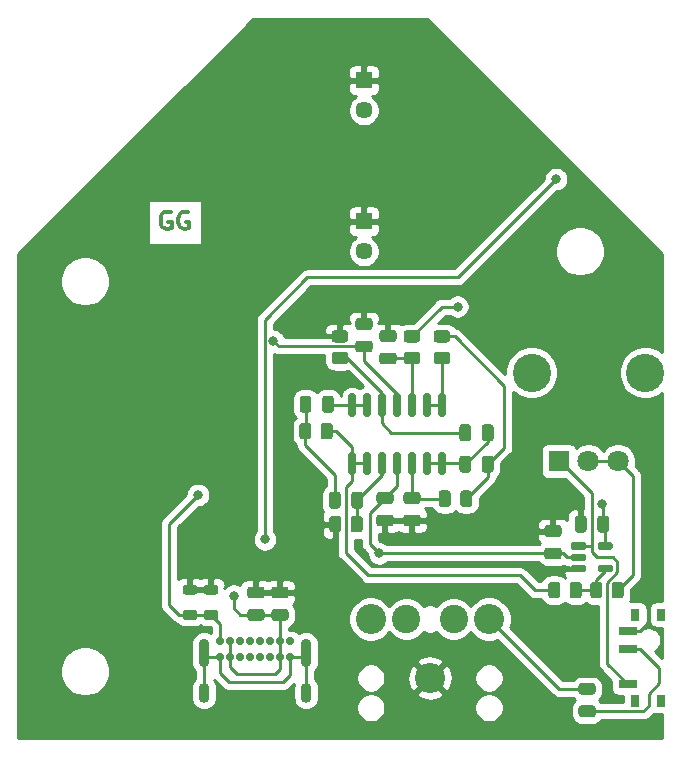
<source format=gbr>
G04 #@! TF.GenerationSoftware,KiCad,Pcbnew,(5.1.10)-1*
G04 #@! TF.CreationDate,2022-06-20T16:08:07+02:00*
G04 #@! TF.ProjectId,Project_Gmic,50726f6a-6563-4745-9f47-6d69632e6b69,V1.0*
G04 #@! TF.SameCoordinates,PX2e063a0PY928d170*
G04 #@! TF.FileFunction,Copper,L1,Top*
G04 #@! TF.FilePolarity,Positive*
%FSLAX46Y46*%
G04 Gerber Fmt 4.6, Leading zero omitted, Abs format (unit mm)*
G04 Created by KiCad (PCBNEW (5.1.10)-1) date 2022-06-20 16:08:07*
%MOMM*%
%LPD*%
G01*
G04 APERTURE LIST*
G04 #@! TA.AperFunction,NonConductor*
%ADD10C,0.300000*%
G04 #@! TD*
G04 #@! TA.AperFunction,ComponentPad*
%ADD11C,0.700000*%
G04 #@! TD*
G04 #@! TA.AperFunction,ComponentPad*
%ADD12O,0.900000X2.400000*%
G04 #@! TD*
G04 #@! TA.AperFunction,ComponentPad*
%ADD13O,0.900000X1.700000*%
G04 #@! TD*
G04 #@! TA.AperFunction,ComponentPad*
%ADD14C,2.550000*%
G04 #@! TD*
G04 #@! TA.AperFunction,ComponentPad*
%ADD15C,2.400000*%
G04 #@! TD*
G04 #@! TA.AperFunction,ComponentPad*
%ADD16R,1.446000X1.446000*%
G04 #@! TD*
G04 #@! TA.AperFunction,ComponentPad*
%ADD17C,1.446000*%
G04 #@! TD*
G04 #@! TA.AperFunction,SMDPad,CuDef*
%ADD18R,1.500000X0.700000*%
G04 #@! TD*
G04 #@! TA.AperFunction,SMDPad,CuDef*
%ADD19R,0.800000X1.000000*%
G04 #@! TD*
G04 #@! TA.AperFunction,ComponentPad*
%ADD20R,1.800000X1.800000*%
G04 #@! TD*
G04 #@! TA.AperFunction,ComponentPad*
%ADD21C,1.800000*%
G04 #@! TD*
G04 #@! TA.AperFunction,ComponentPad*
%ADD22C,3.240000*%
G04 #@! TD*
G04 #@! TA.AperFunction,ViaPad*
%ADD23C,0.800000*%
G04 #@! TD*
G04 #@! TA.AperFunction,Conductor*
%ADD24C,0.250000*%
G04 #@! TD*
G04 #@! TA.AperFunction,Conductor*
%ADD25C,0.254000*%
G04 #@! TD*
G04 #@! TA.AperFunction,Conductor*
%ADD26C,0.100000*%
G04 #@! TD*
G04 APERTURE END LIST*
D10*
X13612857Y45200000D02*
X13470000Y45271429D01*
X13255714Y45271429D01*
X13041428Y45200000D01*
X12898571Y45057143D01*
X12827142Y44914286D01*
X12755714Y44628572D01*
X12755714Y44414286D01*
X12827142Y44128572D01*
X12898571Y43985715D01*
X13041428Y43842858D01*
X13255714Y43771429D01*
X13398571Y43771429D01*
X13612857Y43842858D01*
X13684285Y43914286D01*
X13684285Y44414286D01*
X13398571Y44414286D01*
X15112857Y45200000D02*
X14970000Y45271429D01*
X14755714Y45271429D01*
X14541428Y45200000D01*
X14398571Y45057143D01*
X14327142Y44914286D01*
X14255714Y44628572D01*
X14255714Y44414286D01*
X14327142Y44128572D01*
X14398571Y43985715D01*
X14541428Y43842858D01*
X14755714Y43771429D01*
X14898571Y43771429D01*
X15112857Y43842858D01*
X15184285Y43914286D01*
X15184285Y44414286D01*
X14898571Y44414286D01*
G04 #@! TA.AperFunction,SMDPad,CuDef*
G36*
G01*
X39947000Y26068000D02*
X39947000Y27018000D01*
G75*
G02*
X40197000Y27268000I250000J0D01*
G01*
X40697000Y27268000D01*
G75*
G02*
X40947000Y27018000I0J-250000D01*
G01*
X40947000Y26068000D01*
G75*
G02*
X40697000Y25818000I-250000J0D01*
G01*
X40197000Y25818000D01*
G75*
G02*
X39947000Y26068000I0J250000D01*
G01*
G37*
G04 #@! TD.AperFunction*
G04 #@! TA.AperFunction,SMDPad,CuDef*
G36*
G01*
X38047000Y26068000D02*
X38047000Y27018000D01*
G75*
G02*
X38297000Y27268000I250000J0D01*
G01*
X38797000Y27268000D01*
G75*
G02*
X39047000Y27018000I0J-250000D01*
G01*
X39047000Y26068000D01*
G75*
G02*
X38797000Y25818000I-250000J0D01*
G01*
X38297000Y25818000D01*
G75*
G02*
X38047000Y26068000I0J250000D01*
G01*
G37*
G04 #@! TD.AperFunction*
G04 #@! TA.AperFunction,SMDPad,CuDef*
G36*
G01*
X31529000Y33332000D02*
X32479000Y33332000D01*
G75*
G02*
X32729000Y33082000I0J-250000D01*
G01*
X32729000Y32582000D01*
G75*
G02*
X32479000Y32332000I-250000J0D01*
G01*
X31529000Y32332000D01*
G75*
G02*
X31279000Y32582000I0J250000D01*
G01*
X31279000Y33082000D01*
G75*
G02*
X31529000Y33332000I250000J0D01*
G01*
G37*
G04 #@! TD.AperFunction*
G04 #@! TA.AperFunction,SMDPad,CuDef*
G36*
G01*
X31529000Y35232000D02*
X32479000Y35232000D01*
G75*
G02*
X32729000Y34982000I0J-250000D01*
G01*
X32729000Y34482000D01*
G75*
G02*
X32479000Y34232000I-250000J0D01*
G01*
X31529000Y34232000D01*
G75*
G02*
X31279000Y34482000I0J250000D01*
G01*
X31279000Y34982000D01*
G75*
G02*
X31529000Y35232000I250000J0D01*
G01*
G37*
G04 #@! TD.AperFunction*
G04 #@! TA.AperFunction,SMDPad,CuDef*
G36*
G01*
X24524000Y28481000D02*
X24524000Y29431000D01*
G75*
G02*
X24774000Y29681000I250000J0D01*
G01*
X25274000Y29681000D01*
G75*
G02*
X25524000Y29431000I0J-250000D01*
G01*
X25524000Y28481000D01*
G75*
G02*
X25274000Y28231000I-250000J0D01*
G01*
X24774000Y28231000D01*
G75*
G02*
X24524000Y28481000I0J250000D01*
G01*
G37*
G04 #@! TD.AperFunction*
G04 #@! TA.AperFunction,SMDPad,CuDef*
G36*
G01*
X26424000Y28481000D02*
X26424000Y29431000D01*
G75*
G02*
X26674000Y29681000I250000J0D01*
G01*
X27174000Y29681000D01*
G75*
G02*
X27424000Y29431000I0J-250000D01*
G01*
X27424000Y28481000D01*
G75*
G02*
X27174000Y28231000I-250000J0D01*
G01*
X26674000Y28231000D01*
G75*
G02*
X26424000Y28481000I0J250000D01*
G01*
G37*
G04 #@! TD.AperFunction*
G04 #@! TA.AperFunction,SMDPad,CuDef*
G36*
G01*
X39947000Y23401000D02*
X39947000Y24351000D01*
G75*
G02*
X40197000Y24601000I250000J0D01*
G01*
X40697000Y24601000D01*
G75*
G02*
X40947000Y24351000I0J-250000D01*
G01*
X40947000Y23401000D01*
G75*
G02*
X40697000Y23151000I-250000J0D01*
G01*
X40197000Y23151000D01*
G75*
G02*
X39947000Y23401000I0J250000D01*
G01*
G37*
G04 #@! TD.AperFunction*
G04 #@! TA.AperFunction,SMDPad,CuDef*
G36*
G01*
X38047000Y23401000D02*
X38047000Y24351000D01*
G75*
G02*
X38297000Y24601000I250000J0D01*
G01*
X38797000Y24601000D01*
G75*
G02*
X39047000Y24351000I0J-250000D01*
G01*
X39047000Y23401000D01*
G75*
G02*
X38797000Y23151000I-250000J0D01*
G01*
X38297000Y23151000D01*
G75*
G02*
X38047000Y23401000I0J250000D01*
G01*
G37*
G04 #@! TD.AperFunction*
G04 #@! TA.AperFunction,SMDPad,CuDef*
G36*
G01*
X21303000Y12515000D02*
X20353000Y12515000D01*
G75*
G02*
X20103000Y12765000I0J250000D01*
G01*
X20103000Y13265000D01*
G75*
G02*
X20353000Y13515000I250000J0D01*
G01*
X21303000Y13515000D01*
G75*
G02*
X21553000Y13265000I0J-250000D01*
G01*
X21553000Y12765000D01*
G75*
G02*
X21303000Y12515000I-250000J0D01*
G01*
G37*
G04 #@! TD.AperFunction*
G04 #@! TA.AperFunction,SMDPad,CuDef*
G36*
G01*
X21303000Y10615000D02*
X20353000Y10615000D01*
G75*
G02*
X20103000Y10865000I0J250000D01*
G01*
X20103000Y11365000D01*
G75*
G02*
X20353000Y11615000I250000J0D01*
G01*
X21303000Y11615000D01*
G75*
G02*
X21553000Y11365000I0J-250000D01*
G01*
X21553000Y10865000D01*
G75*
G02*
X21303000Y10615000I-250000J0D01*
G01*
G37*
G04 #@! TD.AperFunction*
G04 #@! TA.AperFunction,SMDPad,CuDef*
G36*
G01*
X27998000Y21303000D02*
X27998000Y20353000D01*
G75*
G02*
X27748000Y20103000I-250000J0D01*
G01*
X27248000Y20103000D01*
G75*
G02*
X26998000Y20353000I0J250000D01*
G01*
X26998000Y21303000D01*
G75*
G02*
X27248000Y21553000I250000J0D01*
G01*
X27748000Y21553000D01*
G75*
G02*
X27998000Y21303000I0J-250000D01*
G01*
G37*
G04 #@! TD.AperFunction*
G04 #@! TA.AperFunction,SMDPad,CuDef*
G36*
G01*
X29898000Y21303000D02*
X29898000Y20353000D01*
G75*
G02*
X29648000Y20103000I-250000J0D01*
G01*
X29148000Y20103000D01*
G75*
G02*
X28898000Y20353000I0J250000D01*
G01*
X28898000Y21303000D01*
G75*
G02*
X29148000Y21553000I250000J0D01*
G01*
X29648000Y21553000D01*
G75*
G02*
X29898000Y21303000I0J-250000D01*
G01*
G37*
G04 #@! TD.AperFunction*
G04 #@! TA.AperFunction,SMDPad,CuDef*
G36*
G01*
X34511000Y18616000D02*
X33561000Y18616000D01*
G75*
G02*
X33311000Y18866000I0J250000D01*
G01*
X33311000Y19366000D01*
G75*
G02*
X33561000Y19616000I250000J0D01*
G01*
X34511000Y19616000D01*
G75*
G02*
X34761000Y19366000I0J-250000D01*
G01*
X34761000Y18866000D01*
G75*
G02*
X34511000Y18616000I-250000J0D01*
G01*
G37*
G04 #@! TD.AperFunction*
G04 #@! TA.AperFunction,SMDPad,CuDef*
G36*
G01*
X34511000Y20516000D02*
X33561000Y20516000D01*
G75*
G02*
X33311000Y20766000I0J250000D01*
G01*
X33311000Y21266000D01*
G75*
G02*
X33561000Y21516000I250000J0D01*
G01*
X34511000Y21516000D01*
G75*
G02*
X34761000Y21266000I0J-250000D01*
G01*
X34761000Y20766000D01*
G75*
G02*
X34511000Y20516000I-250000J0D01*
G01*
G37*
G04 #@! TD.AperFunction*
G04 #@! TA.AperFunction,SMDPad,CuDef*
G36*
G01*
X30447000Y35248000D02*
X29497000Y35248000D01*
G75*
G02*
X29247000Y35498000I0J250000D01*
G01*
X29247000Y35998000D01*
G75*
G02*
X29497000Y36248000I250000J0D01*
G01*
X30447000Y36248000D01*
G75*
G02*
X30697000Y35998000I0J-250000D01*
G01*
X30697000Y35498000D01*
G75*
G02*
X30447000Y35248000I-250000J0D01*
G01*
G37*
G04 #@! TD.AperFunction*
G04 #@! TA.AperFunction,SMDPad,CuDef*
G36*
G01*
X30447000Y33348000D02*
X29497000Y33348000D01*
G75*
G02*
X29247000Y33598000I0J250000D01*
G01*
X29247000Y34098000D01*
G75*
G02*
X29497000Y34348000I250000J0D01*
G01*
X30447000Y34348000D01*
G75*
G02*
X30697000Y34098000I0J-250000D01*
G01*
X30697000Y33598000D01*
G75*
G02*
X30447000Y33348000I-250000J0D01*
G01*
G37*
G04 #@! TD.AperFunction*
G04 #@! TA.AperFunction,SMDPad,CuDef*
G36*
G01*
X50726000Y19271000D02*
X50726000Y18321000D01*
G75*
G02*
X50476000Y18071000I-250000J0D01*
G01*
X49976000Y18071000D01*
G75*
G02*
X49726000Y18321000I0J250000D01*
G01*
X49726000Y19271000D01*
G75*
G02*
X49976000Y19521000I250000J0D01*
G01*
X50476000Y19521000D01*
G75*
G02*
X50726000Y19271000I0J-250000D01*
G01*
G37*
G04 #@! TD.AperFunction*
G04 #@! TA.AperFunction,SMDPad,CuDef*
G36*
G01*
X48826000Y19271000D02*
X48826000Y18321000D01*
G75*
G02*
X48576000Y18071000I-250000J0D01*
G01*
X48076000Y18071000D01*
G75*
G02*
X47826000Y18321000I0J250000D01*
G01*
X47826000Y19271000D01*
G75*
G02*
X48076000Y19521000I250000J0D01*
G01*
X48576000Y19521000D01*
G75*
G02*
X48826000Y19271000I0J-250000D01*
G01*
G37*
G04 #@! TD.AperFunction*
G04 #@! TA.AperFunction,SMDPad,CuDef*
G36*
G01*
X32225000Y18616000D02*
X31275000Y18616000D01*
G75*
G02*
X31025000Y18866000I0J250000D01*
G01*
X31025000Y19366000D01*
G75*
G02*
X31275000Y19616000I250000J0D01*
G01*
X32225000Y19616000D01*
G75*
G02*
X32475000Y19366000I0J-250000D01*
G01*
X32475000Y18866000D01*
G75*
G02*
X32225000Y18616000I-250000J0D01*
G01*
G37*
G04 #@! TD.AperFunction*
G04 #@! TA.AperFunction,SMDPad,CuDef*
G36*
G01*
X32225000Y20516000D02*
X31275000Y20516000D01*
G75*
G02*
X31025000Y20766000I0J250000D01*
G01*
X31025000Y21266000D01*
G75*
G02*
X31275000Y21516000I250000J0D01*
G01*
X32225000Y21516000D01*
G75*
G02*
X32475000Y21266000I0J-250000D01*
G01*
X32475000Y20766000D01*
G75*
G02*
X32225000Y20516000I-250000J0D01*
G01*
G37*
G04 #@! TD.AperFunction*
G04 #@! TA.AperFunction,SMDPad,CuDef*
G36*
G01*
X45499000Y18722000D02*
X46449000Y18722000D01*
G75*
G02*
X46699000Y18472000I0J-250000D01*
G01*
X46699000Y17972000D01*
G75*
G02*
X46449000Y17722000I-250000J0D01*
G01*
X45499000Y17722000D01*
G75*
G02*
X45249000Y17972000I0J250000D01*
G01*
X45249000Y18472000D01*
G75*
G02*
X45499000Y18722000I250000J0D01*
G01*
G37*
G04 #@! TD.AperFunction*
G04 #@! TA.AperFunction,SMDPad,CuDef*
G36*
G01*
X45499000Y16822000D02*
X46449000Y16822000D01*
G75*
G02*
X46699000Y16572000I0J-250000D01*
G01*
X46699000Y16072000D01*
G75*
G02*
X46449000Y15822000I-250000J0D01*
G01*
X45499000Y15822000D01*
G75*
G02*
X45249000Y16072000I0J250000D01*
G01*
X45249000Y16572000D01*
G75*
G02*
X45499000Y16822000I250000J0D01*
G01*
G37*
G04 #@! TD.AperFunction*
D11*
X17780000Y8890000D03*
X18630000Y8890000D03*
X19480000Y8890000D03*
X20330000Y8890000D03*
X21180000Y8890000D03*
X22030000Y8890000D03*
X22880000Y8890000D03*
X23730000Y8890000D03*
X18630000Y7540000D03*
X20330000Y7540000D03*
X19480000Y7540000D03*
X17780000Y7540000D03*
X22030000Y7540000D03*
X22880000Y7540000D03*
X23730000Y7540000D03*
X21180000Y7540000D03*
D12*
X16430000Y7910000D03*
X25080000Y7910000D03*
D13*
X16430000Y4530000D03*
X25080000Y4530000D03*
D14*
X35560000Y5770000D03*
X40560000Y10770000D03*
X30560000Y10770000D03*
D15*
X37560000Y10770000D03*
X33560000Y10770000D03*
G04 #@! TA.AperFunction,SMDPad,CuDef*
G36*
G01*
X15621250Y12817000D02*
X14858750Y12817000D01*
G75*
G02*
X14640000Y13035750I0J218750D01*
G01*
X14640000Y13473250D01*
G75*
G02*
X14858750Y13692000I218750J0D01*
G01*
X15621250Y13692000D01*
G75*
G02*
X15840000Y13473250I0J-218750D01*
G01*
X15840000Y13035750D01*
G75*
G02*
X15621250Y12817000I-218750J0D01*
G01*
G37*
G04 #@! TD.AperFunction*
G04 #@! TA.AperFunction,SMDPad,CuDef*
G36*
G01*
X15621250Y10692000D02*
X14858750Y10692000D01*
G75*
G02*
X14640000Y10910750I0J218750D01*
G01*
X14640000Y11348250D01*
G75*
G02*
X14858750Y11567000I218750J0D01*
G01*
X15621250Y11567000D01*
G75*
G02*
X15840000Y11348250I0J-218750D01*
G01*
X15840000Y10910750D01*
G75*
G02*
X15621250Y10692000I-218750J0D01*
G01*
G37*
G04 #@! TD.AperFunction*
G04 #@! TA.AperFunction,SMDPad,CuDef*
G36*
G01*
X17399250Y10692000D02*
X16636750Y10692000D01*
G75*
G02*
X16418000Y10910750I0J218750D01*
G01*
X16418000Y11348250D01*
G75*
G02*
X16636750Y11567000I218750J0D01*
G01*
X17399250Y11567000D01*
G75*
G02*
X17618000Y11348250I0J-218750D01*
G01*
X17618000Y10910750D01*
G75*
G02*
X17399250Y10692000I-218750J0D01*
G01*
G37*
G04 #@! TD.AperFunction*
G04 #@! TA.AperFunction,SMDPad,CuDef*
G36*
G01*
X17399250Y12817000D02*
X16636750Y12817000D01*
G75*
G02*
X16418000Y13035750I0J218750D01*
G01*
X16418000Y13473250D01*
G75*
G02*
X16636750Y13692000I218750J0D01*
G01*
X17399250Y13692000D01*
G75*
G02*
X17618000Y13473250I0J-218750D01*
G01*
X17618000Y13035750D01*
G75*
G02*
X17399250Y12817000I-218750J0D01*
G01*
G37*
G04 #@! TD.AperFunction*
D16*
X29972000Y56388000D03*
D17*
X29972000Y53848000D03*
X29972000Y41910000D03*
D16*
X29972000Y44450000D03*
G04 #@! TA.AperFunction,SMDPad,CuDef*
G36*
G01*
X34486001Y34182000D02*
X33585999Y34182000D01*
G75*
G02*
X33336000Y34431999I0J249999D01*
G01*
X33336000Y34957001D01*
G75*
G02*
X33585999Y35207000I249999J0D01*
G01*
X34486001Y35207000D01*
G75*
G02*
X34736000Y34957001I0J-249999D01*
G01*
X34736000Y34431999D01*
G75*
G02*
X34486001Y34182000I-249999J0D01*
G01*
G37*
G04 #@! TD.AperFunction*
G04 #@! TA.AperFunction,SMDPad,CuDef*
G36*
G01*
X34486001Y32357000D02*
X33585999Y32357000D01*
G75*
G02*
X33336000Y32606999I0J249999D01*
G01*
X33336000Y33132001D01*
G75*
G02*
X33585999Y33382000I249999J0D01*
G01*
X34486001Y33382000D01*
G75*
G02*
X34736000Y33132001I0J-249999D01*
G01*
X34736000Y32606999D01*
G75*
G02*
X34486001Y32357000I-249999J0D01*
G01*
G37*
G04 #@! TD.AperFunction*
G04 #@! TA.AperFunction,SMDPad,CuDef*
G36*
G01*
X27489999Y35207000D02*
X28390001Y35207000D01*
G75*
G02*
X28640000Y34957001I0J-249999D01*
G01*
X28640000Y34431999D01*
G75*
G02*
X28390001Y34182000I-249999J0D01*
G01*
X27489999Y34182000D01*
G75*
G02*
X27240000Y34431999I0J249999D01*
G01*
X27240000Y34957001D01*
G75*
G02*
X27489999Y35207000I249999J0D01*
G01*
G37*
G04 #@! TD.AperFunction*
G04 #@! TA.AperFunction,SMDPad,CuDef*
G36*
G01*
X27489999Y33382000D02*
X28390001Y33382000D01*
G75*
G02*
X28640000Y33132001I0J-249999D01*
G01*
X28640000Y32606999D01*
G75*
G02*
X28390001Y32357000I-249999J0D01*
G01*
X27489999Y32357000D01*
G75*
G02*
X27240000Y32606999I0J249999D01*
G01*
X27240000Y33132001D01*
G75*
G02*
X27489999Y33382000I249999J0D01*
G01*
G37*
G04 #@! TD.AperFunction*
G04 #@! TA.AperFunction,SMDPad,CuDef*
G36*
G01*
X36125999Y35207000D02*
X37026001Y35207000D01*
G75*
G02*
X37276000Y34957001I0J-249999D01*
G01*
X37276000Y34431999D01*
G75*
G02*
X37026001Y34182000I-249999J0D01*
G01*
X36125999Y34182000D01*
G75*
G02*
X35876000Y34431999I0J249999D01*
G01*
X35876000Y34957001D01*
G75*
G02*
X36125999Y35207000I249999J0D01*
G01*
G37*
G04 #@! TD.AperFunction*
G04 #@! TA.AperFunction,SMDPad,CuDef*
G36*
G01*
X36125999Y33382000D02*
X37026001Y33382000D01*
G75*
G02*
X37276000Y33132001I0J-249999D01*
G01*
X37276000Y32606999D01*
G75*
G02*
X37026001Y32357000I-249999J0D01*
G01*
X36125999Y32357000D01*
G75*
G02*
X35876000Y32606999I0J249999D01*
G01*
X35876000Y33132001D01*
G75*
G02*
X36125999Y33382000I249999J0D01*
G01*
G37*
G04 #@! TD.AperFunction*
G04 #@! TA.AperFunction,SMDPad,CuDef*
G36*
G01*
X25508000Y27120001D02*
X25508000Y26219999D01*
G75*
G02*
X25258001Y25970000I-249999J0D01*
G01*
X24732999Y25970000D01*
G75*
G02*
X24483000Y26219999I0J249999D01*
G01*
X24483000Y27120001D01*
G75*
G02*
X24732999Y27370000I249999J0D01*
G01*
X25258001Y27370000D01*
G75*
G02*
X25508000Y27120001I0J-249999D01*
G01*
G37*
G04 #@! TD.AperFunction*
G04 #@! TA.AperFunction,SMDPad,CuDef*
G36*
G01*
X27333000Y27120001D02*
X27333000Y26219999D01*
G75*
G02*
X27083001Y25970000I-249999J0D01*
G01*
X26557999Y25970000D01*
G75*
G02*
X26308000Y26219999I0J249999D01*
G01*
X26308000Y27120001D01*
G75*
G02*
X26557999Y27370000I249999J0D01*
G01*
X27083001Y27370000D01*
G75*
G02*
X27333000Y27120001I0J-249999D01*
G01*
G37*
G04 #@! TD.AperFunction*
G04 #@! TA.AperFunction,SMDPad,CuDef*
G36*
G01*
X36294000Y20504999D02*
X36294000Y21405001D01*
G75*
G02*
X36543999Y21655000I249999J0D01*
G01*
X37069001Y21655000D01*
G75*
G02*
X37319000Y21405001I0J-249999D01*
G01*
X37319000Y20504999D01*
G75*
G02*
X37069001Y20255000I-249999J0D01*
G01*
X36543999Y20255000D01*
G75*
G02*
X36294000Y20504999I0J249999D01*
G01*
G37*
G04 #@! TD.AperFunction*
G04 #@! TA.AperFunction,SMDPad,CuDef*
G36*
G01*
X38119000Y20504999D02*
X38119000Y21405001D01*
G75*
G02*
X38368999Y21655000I249999J0D01*
G01*
X38894001Y21655000D01*
G75*
G02*
X39144000Y21405001I0J-249999D01*
G01*
X39144000Y20504999D01*
G75*
G02*
X38894001Y20255000I-249999J0D01*
G01*
X38368999Y20255000D01*
G75*
G02*
X38119000Y20504999I0J249999D01*
G01*
G37*
G04 #@! TD.AperFunction*
G04 #@! TA.AperFunction,SMDPad,CuDef*
G36*
G01*
X28848000Y18345999D02*
X28848000Y19246001D01*
G75*
G02*
X29097999Y19496000I249999J0D01*
G01*
X29623001Y19496000D01*
G75*
G02*
X29873000Y19246001I0J-249999D01*
G01*
X29873000Y18345999D01*
G75*
G02*
X29623001Y18096000I-249999J0D01*
G01*
X29097999Y18096000D01*
G75*
G02*
X28848000Y18345999I0J249999D01*
G01*
G37*
G04 #@! TD.AperFunction*
G04 #@! TA.AperFunction,SMDPad,CuDef*
G36*
G01*
X27023000Y18345999D02*
X27023000Y19246001D01*
G75*
G02*
X27272999Y19496000I249999J0D01*
G01*
X27798001Y19496000D01*
G75*
G02*
X28048000Y19246001I0J-249999D01*
G01*
X28048000Y18345999D01*
G75*
G02*
X27798001Y18096000I-249999J0D01*
G01*
X27272999Y18096000D01*
G75*
G02*
X27023000Y18345999I0J249999D01*
G01*
G37*
G04 #@! TD.AperFunction*
G04 #@! TA.AperFunction,SMDPad,CuDef*
G36*
G01*
X48415000Y13658001D02*
X48415000Y12757999D01*
G75*
G02*
X48165001Y12508000I-249999J0D01*
G01*
X47639999Y12508000D01*
G75*
G02*
X47390000Y12757999I0J249999D01*
G01*
X47390000Y13658001D01*
G75*
G02*
X47639999Y13908000I249999J0D01*
G01*
X48165001Y13908000D01*
G75*
G02*
X48415000Y13658001I0J-249999D01*
G01*
G37*
G04 #@! TD.AperFunction*
G04 #@! TA.AperFunction,SMDPad,CuDef*
G36*
G01*
X46590000Y13658001D02*
X46590000Y12757999D01*
G75*
G02*
X46340001Y12508000I-249999J0D01*
G01*
X45814999Y12508000D01*
G75*
G02*
X45565000Y12757999I0J249999D01*
G01*
X45565000Y13658001D01*
G75*
G02*
X45814999Y13908000I249999J0D01*
G01*
X46340001Y13908000D01*
G75*
G02*
X46590000Y13658001I0J-249999D01*
G01*
G37*
G04 #@! TD.AperFunction*
G04 #@! TA.AperFunction,SMDPad,CuDef*
G36*
G01*
X50146000Y13658001D02*
X50146000Y12757999D01*
G75*
G02*
X49896001Y12508000I-249999J0D01*
G01*
X49370999Y12508000D01*
G75*
G02*
X49121000Y12757999I0J249999D01*
G01*
X49121000Y13658001D01*
G75*
G02*
X49370999Y13908000I249999J0D01*
G01*
X49896001Y13908000D01*
G75*
G02*
X50146000Y13658001I0J-249999D01*
G01*
G37*
G04 #@! TD.AperFunction*
G04 #@! TA.AperFunction,SMDPad,CuDef*
G36*
G01*
X51971000Y13658001D02*
X51971000Y12757999D01*
G75*
G02*
X51721001Y12508000I-249999J0D01*
G01*
X51195999Y12508000D01*
G75*
G02*
X50946000Y12757999I0J249999D01*
G01*
X50946000Y13658001D01*
G75*
G02*
X51195999Y13908000I249999J0D01*
G01*
X51721001Y13908000D01*
G75*
G02*
X51971000Y13658001I0J-249999D01*
G01*
G37*
G04 #@! TD.AperFunction*
D18*
X52291000Y5243000D03*
X52291000Y8243000D03*
X52291000Y9743000D03*
D19*
X55151000Y3843000D03*
X55151000Y11143000D03*
X52941000Y11143000D03*
X52941000Y3843000D03*
G04 #@! TA.AperFunction,SMDPad,CuDef*
G36*
G01*
X36426000Y29866000D02*
X36726000Y29866000D01*
G75*
G02*
X36876000Y29716000I0J-150000D01*
G01*
X36876000Y28066000D01*
G75*
G02*
X36726000Y27916000I-150000J0D01*
G01*
X36426000Y27916000D01*
G75*
G02*
X36276000Y28066000I0J150000D01*
G01*
X36276000Y29716000D01*
G75*
G02*
X36426000Y29866000I150000J0D01*
G01*
G37*
G04 #@! TD.AperFunction*
G04 #@! TA.AperFunction,SMDPad,CuDef*
G36*
G01*
X35156000Y29866000D02*
X35456000Y29866000D01*
G75*
G02*
X35606000Y29716000I0J-150000D01*
G01*
X35606000Y28066000D01*
G75*
G02*
X35456000Y27916000I-150000J0D01*
G01*
X35156000Y27916000D01*
G75*
G02*
X35006000Y28066000I0J150000D01*
G01*
X35006000Y29716000D01*
G75*
G02*
X35156000Y29866000I150000J0D01*
G01*
G37*
G04 #@! TD.AperFunction*
G04 #@! TA.AperFunction,SMDPad,CuDef*
G36*
G01*
X33886000Y29866000D02*
X34186000Y29866000D01*
G75*
G02*
X34336000Y29716000I0J-150000D01*
G01*
X34336000Y28066000D01*
G75*
G02*
X34186000Y27916000I-150000J0D01*
G01*
X33886000Y27916000D01*
G75*
G02*
X33736000Y28066000I0J150000D01*
G01*
X33736000Y29716000D01*
G75*
G02*
X33886000Y29866000I150000J0D01*
G01*
G37*
G04 #@! TD.AperFunction*
G04 #@! TA.AperFunction,SMDPad,CuDef*
G36*
G01*
X32616000Y29866000D02*
X32916000Y29866000D01*
G75*
G02*
X33066000Y29716000I0J-150000D01*
G01*
X33066000Y28066000D01*
G75*
G02*
X32916000Y27916000I-150000J0D01*
G01*
X32616000Y27916000D01*
G75*
G02*
X32466000Y28066000I0J150000D01*
G01*
X32466000Y29716000D01*
G75*
G02*
X32616000Y29866000I150000J0D01*
G01*
G37*
G04 #@! TD.AperFunction*
G04 #@! TA.AperFunction,SMDPad,CuDef*
G36*
G01*
X31346000Y29866000D02*
X31646000Y29866000D01*
G75*
G02*
X31796000Y29716000I0J-150000D01*
G01*
X31796000Y28066000D01*
G75*
G02*
X31646000Y27916000I-150000J0D01*
G01*
X31346000Y27916000D01*
G75*
G02*
X31196000Y28066000I0J150000D01*
G01*
X31196000Y29716000D01*
G75*
G02*
X31346000Y29866000I150000J0D01*
G01*
G37*
G04 #@! TD.AperFunction*
G04 #@! TA.AperFunction,SMDPad,CuDef*
G36*
G01*
X30076000Y29866000D02*
X30376000Y29866000D01*
G75*
G02*
X30526000Y29716000I0J-150000D01*
G01*
X30526000Y28066000D01*
G75*
G02*
X30376000Y27916000I-150000J0D01*
G01*
X30076000Y27916000D01*
G75*
G02*
X29926000Y28066000I0J150000D01*
G01*
X29926000Y29716000D01*
G75*
G02*
X30076000Y29866000I150000J0D01*
G01*
G37*
G04 #@! TD.AperFunction*
G04 #@! TA.AperFunction,SMDPad,CuDef*
G36*
G01*
X28806000Y29866000D02*
X29106000Y29866000D01*
G75*
G02*
X29256000Y29716000I0J-150000D01*
G01*
X29256000Y28066000D01*
G75*
G02*
X29106000Y27916000I-150000J0D01*
G01*
X28806000Y27916000D01*
G75*
G02*
X28656000Y28066000I0J150000D01*
G01*
X28656000Y29716000D01*
G75*
G02*
X28806000Y29866000I150000J0D01*
G01*
G37*
G04 #@! TD.AperFunction*
G04 #@! TA.AperFunction,SMDPad,CuDef*
G36*
G01*
X28806000Y24916000D02*
X29106000Y24916000D01*
G75*
G02*
X29256000Y24766000I0J-150000D01*
G01*
X29256000Y23116000D01*
G75*
G02*
X29106000Y22966000I-150000J0D01*
G01*
X28806000Y22966000D01*
G75*
G02*
X28656000Y23116000I0J150000D01*
G01*
X28656000Y24766000D01*
G75*
G02*
X28806000Y24916000I150000J0D01*
G01*
G37*
G04 #@! TD.AperFunction*
G04 #@! TA.AperFunction,SMDPad,CuDef*
G36*
G01*
X30076000Y24916000D02*
X30376000Y24916000D01*
G75*
G02*
X30526000Y24766000I0J-150000D01*
G01*
X30526000Y23116000D01*
G75*
G02*
X30376000Y22966000I-150000J0D01*
G01*
X30076000Y22966000D01*
G75*
G02*
X29926000Y23116000I0J150000D01*
G01*
X29926000Y24766000D01*
G75*
G02*
X30076000Y24916000I150000J0D01*
G01*
G37*
G04 #@! TD.AperFunction*
G04 #@! TA.AperFunction,SMDPad,CuDef*
G36*
G01*
X31346000Y24916000D02*
X31646000Y24916000D01*
G75*
G02*
X31796000Y24766000I0J-150000D01*
G01*
X31796000Y23116000D01*
G75*
G02*
X31646000Y22966000I-150000J0D01*
G01*
X31346000Y22966000D01*
G75*
G02*
X31196000Y23116000I0J150000D01*
G01*
X31196000Y24766000D01*
G75*
G02*
X31346000Y24916000I150000J0D01*
G01*
G37*
G04 #@! TD.AperFunction*
G04 #@! TA.AperFunction,SMDPad,CuDef*
G36*
G01*
X32616000Y24916000D02*
X32916000Y24916000D01*
G75*
G02*
X33066000Y24766000I0J-150000D01*
G01*
X33066000Y23116000D01*
G75*
G02*
X32916000Y22966000I-150000J0D01*
G01*
X32616000Y22966000D01*
G75*
G02*
X32466000Y23116000I0J150000D01*
G01*
X32466000Y24766000D01*
G75*
G02*
X32616000Y24916000I150000J0D01*
G01*
G37*
G04 #@! TD.AperFunction*
G04 #@! TA.AperFunction,SMDPad,CuDef*
G36*
G01*
X33886000Y24916000D02*
X34186000Y24916000D01*
G75*
G02*
X34336000Y24766000I0J-150000D01*
G01*
X34336000Y23116000D01*
G75*
G02*
X34186000Y22966000I-150000J0D01*
G01*
X33886000Y22966000D01*
G75*
G02*
X33736000Y23116000I0J150000D01*
G01*
X33736000Y24766000D01*
G75*
G02*
X33886000Y24916000I150000J0D01*
G01*
G37*
G04 #@! TD.AperFunction*
G04 #@! TA.AperFunction,SMDPad,CuDef*
G36*
G01*
X35156000Y24916000D02*
X35456000Y24916000D01*
G75*
G02*
X35606000Y24766000I0J-150000D01*
G01*
X35606000Y23116000D01*
G75*
G02*
X35456000Y22966000I-150000J0D01*
G01*
X35156000Y22966000D01*
G75*
G02*
X35006000Y23116000I0J150000D01*
G01*
X35006000Y24766000D01*
G75*
G02*
X35156000Y24916000I150000J0D01*
G01*
G37*
G04 #@! TD.AperFunction*
G04 #@! TA.AperFunction,SMDPad,CuDef*
G36*
G01*
X36426000Y24916000D02*
X36726000Y24916000D01*
G75*
G02*
X36876000Y24766000I0J-150000D01*
G01*
X36876000Y23116000D01*
G75*
G02*
X36726000Y22966000I-150000J0D01*
G01*
X36426000Y22966000D01*
G75*
G02*
X36276000Y23116000I0J150000D01*
G01*
X36276000Y24766000D01*
G75*
G02*
X36426000Y24916000I150000J0D01*
G01*
G37*
G04 #@! TD.AperFunction*
G04 #@! TA.AperFunction,SMDPad,CuDef*
G36*
G01*
X49751000Y16802000D02*
X49751000Y17102000D01*
G75*
G02*
X49901000Y17252000I150000J0D01*
G01*
X50926000Y17252000D01*
G75*
G02*
X51076000Y17102000I0J-150000D01*
G01*
X51076000Y16802000D01*
G75*
G02*
X50926000Y16652000I-150000J0D01*
G01*
X49901000Y16652000D01*
G75*
G02*
X49751000Y16802000I0J150000D01*
G01*
G37*
G04 #@! TD.AperFunction*
G04 #@! TA.AperFunction,SMDPad,CuDef*
G36*
G01*
X49751000Y14902000D02*
X49751000Y15202000D01*
G75*
G02*
X49901000Y15352000I150000J0D01*
G01*
X50926000Y15352000D01*
G75*
G02*
X51076000Y15202000I0J-150000D01*
G01*
X51076000Y14902000D01*
G75*
G02*
X50926000Y14752000I-150000J0D01*
G01*
X49901000Y14752000D01*
G75*
G02*
X49751000Y14902000I0J150000D01*
G01*
G37*
G04 #@! TD.AperFunction*
G04 #@! TA.AperFunction,SMDPad,CuDef*
G36*
G01*
X47476000Y14902000D02*
X47476000Y15202000D01*
G75*
G02*
X47626000Y15352000I150000J0D01*
G01*
X48651000Y15352000D01*
G75*
G02*
X48801000Y15202000I0J-150000D01*
G01*
X48801000Y14902000D01*
G75*
G02*
X48651000Y14752000I-150000J0D01*
G01*
X47626000Y14752000D01*
G75*
G02*
X47476000Y14902000I0J150000D01*
G01*
G37*
G04 #@! TD.AperFunction*
G04 #@! TA.AperFunction,SMDPad,CuDef*
G36*
G01*
X47476000Y15852000D02*
X47476000Y16152000D01*
G75*
G02*
X47626000Y16302000I150000J0D01*
G01*
X48651000Y16302000D01*
G75*
G02*
X48801000Y16152000I0J-150000D01*
G01*
X48801000Y15852000D01*
G75*
G02*
X48651000Y15702000I-150000J0D01*
G01*
X47626000Y15702000D01*
G75*
G02*
X47476000Y15852000I0J150000D01*
G01*
G37*
G04 #@! TD.AperFunction*
G04 #@! TA.AperFunction,SMDPad,CuDef*
G36*
G01*
X47476000Y16802000D02*
X47476000Y17102000D01*
G75*
G02*
X47626000Y17252000I150000J0D01*
G01*
X48651000Y17252000D01*
G75*
G02*
X48801000Y17102000I0J-150000D01*
G01*
X48801000Y16802000D01*
G75*
G02*
X48651000Y16652000I-150000J0D01*
G01*
X47626000Y16652000D01*
G75*
G02*
X47476000Y16802000I0J150000D01*
G01*
G37*
G04 #@! TD.AperFunction*
G04 #@! TA.AperFunction,SMDPad,CuDef*
G36*
G01*
X23335000Y12515000D02*
X22385000Y12515000D01*
G75*
G02*
X22135000Y12765000I0J250000D01*
G01*
X22135000Y13265000D01*
G75*
G02*
X22385000Y13515000I250000J0D01*
G01*
X23335000Y13515000D01*
G75*
G02*
X23585000Y13265000I0J-250000D01*
G01*
X23585000Y12765000D01*
G75*
G02*
X23335000Y12515000I-250000J0D01*
G01*
G37*
G04 #@! TD.AperFunction*
G04 #@! TA.AperFunction,SMDPad,CuDef*
G36*
G01*
X23335000Y10615000D02*
X22385000Y10615000D01*
G75*
G02*
X22135000Y10865000I0J250000D01*
G01*
X22135000Y11365000D01*
G75*
G02*
X22385000Y11615000I250000J0D01*
G01*
X23335000Y11615000D01*
G75*
G02*
X23585000Y11365000I0J-250000D01*
G01*
X23585000Y10865000D01*
G75*
G02*
X23335000Y10615000I-250000J0D01*
G01*
G37*
G04 #@! TD.AperFunction*
D20*
X46482000Y24130000D03*
D21*
X48982000Y24130000D03*
X51482000Y24130000D03*
D22*
X53782000Y31630000D03*
X44182000Y31630000D03*
G04 #@! TA.AperFunction,SMDPad,CuDef*
G36*
G01*
X48385000Y5350000D02*
X49335000Y5350000D01*
G75*
G02*
X49585000Y5100000I0J-250000D01*
G01*
X49585000Y4600000D01*
G75*
G02*
X49335000Y4350000I-250000J0D01*
G01*
X48385000Y4350000D01*
G75*
G02*
X48135000Y4600000I0J250000D01*
G01*
X48135000Y5100000D01*
G75*
G02*
X48385000Y5350000I250000J0D01*
G01*
G37*
G04 #@! TD.AperFunction*
G04 #@! TA.AperFunction,SMDPad,CuDef*
G36*
G01*
X48385000Y3450000D02*
X49335000Y3450000D01*
G75*
G02*
X49585000Y3200000I0J-250000D01*
G01*
X49585000Y2700000D01*
G75*
G02*
X49335000Y2450000I-250000J0D01*
G01*
X48385000Y2450000D01*
G75*
G02*
X48135000Y2700000I0J250000D01*
G01*
X48135000Y3200000D01*
G75*
G02*
X48385000Y3450000I250000J0D01*
G01*
G37*
G04 #@! TD.AperFunction*
D23*
X15930000Y21290000D03*
X18958560Y12748260D03*
X22297150Y34305240D03*
X50157380Y20525740D03*
X21572140Y17515920D03*
X31269900Y16322000D03*
X46248320Y48016160D03*
X33020000Y38100000D03*
X34290000Y38100000D03*
X35560000Y38100000D03*
X22860000Y15240000D03*
X21590000Y15240000D03*
X20320000Y15240000D03*
X16510000Y15240000D03*
X15240000Y15240000D03*
X25400000Y21590000D03*
X25400000Y20320000D03*
X25400000Y19050000D03*
X40855900Y17820640D03*
X39585900Y17820640D03*
X38315900Y17820640D03*
X44958000Y14732000D03*
X46736000Y19812000D03*
X37894260Y37221160D03*
D24*
X17780000Y10367500D02*
X17018000Y11129500D01*
X17780000Y8890000D02*
X17780000Y10367500D01*
X17018000Y11129500D02*
X15240000Y11129500D01*
X16800000Y7540000D02*
X16430000Y7910000D01*
X17780000Y7540000D02*
X16800000Y7540000D01*
X16430000Y4530000D02*
X16430000Y7910000D01*
X25080000Y7910000D02*
X25080000Y4530000D01*
X24710000Y7540000D02*
X25080000Y7910000D01*
X23730000Y7540000D02*
X24710000Y7540000D01*
X17780000Y6184900D02*
X17780000Y7540000D01*
X18536920Y5427980D02*
X17780000Y6184900D01*
X23134320Y5427980D02*
X18536920Y5427980D01*
X23730000Y6023660D02*
X23134320Y5427980D01*
X23730000Y7540000D02*
X23730000Y6023660D01*
X14278120Y11129500D02*
X15240000Y11129500D01*
X13479780Y11927840D02*
X14278120Y11129500D01*
X15930000Y21290000D02*
X13479780Y18839780D01*
X13479780Y18839780D02*
X13479780Y11927840D01*
X29972000Y33848000D02*
X29972000Y32656780D01*
X32766000Y29862780D02*
X32766000Y28891000D01*
X29972000Y32656780D02*
X32766000Y29862780D01*
X22860000Y11115000D02*
X20828000Y11115000D01*
X20828000Y11115000D02*
X19509780Y11115000D01*
X18958560Y11666220D02*
X18958560Y12748260D01*
X19509780Y11115000D02*
X18958560Y11666220D01*
X18630000Y8890000D02*
X18630000Y7540000D01*
X18630000Y7540000D02*
X18630000Y6726820D01*
X18630000Y6726820D02*
X19243040Y6113780D01*
X19243040Y6113780D02*
X22428200Y6113780D01*
X22880000Y6565580D02*
X22880000Y7540000D01*
X22428200Y6113780D02*
X22880000Y6565580D01*
X22880000Y7540000D02*
X22880000Y8890000D01*
X22880000Y11095000D02*
X22860000Y11115000D01*
X22880000Y8890000D02*
X22880000Y11095000D01*
X22754390Y33848000D02*
X22297150Y34305240D01*
X29972000Y33848000D02*
X22754390Y33848000D01*
X50226000Y20457120D02*
X50157380Y20525740D01*
X50226000Y18796000D02*
X50226000Y20457120D01*
X50413500Y18608500D02*
X50226000Y18796000D01*
X50413500Y16952000D02*
X50413500Y18608500D01*
X34036000Y32869500D02*
X34036000Y28891000D01*
X32041500Y32869500D02*
X32004000Y32832000D01*
X34036000Y32869500D02*
X32041500Y32869500D01*
X30226000Y28891000D02*
X28956000Y28891000D01*
X26989000Y28891000D02*
X26924000Y28956000D01*
X28956000Y28891000D02*
X26989000Y28891000D01*
X32766000Y22032000D02*
X31750000Y21016000D01*
X32766000Y23941000D02*
X32766000Y22032000D01*
X45974000Y16322000D02*
X46807160Y16322000D01*
X45974000Y16322000D02*
X31269900Y16322000D01*
X30452060Y19718060D02*
X30452060Y17139840D01*
X30452060Y17139840D02*
X31269900Y16322000D01*
X31750000Y21016000D02*
X30452060Y19718060D01*
X21572140Y36093320D02*
X21572140Y17515920D01*
X25170130Y39691310D02*
X21572140Y36093320D01*
X37923470Y39691310D02*
X25170130Y39691310D01*
X37923470Y39691310D02*
X46248320Y48016160D01*
X47127160Y16002000D02*
X46807160Y16322000D01*
X48138500Y16002000D02*
X47127160Y16002000D01*
X36576000Y32869500D02*
X36576000Y28891000D01*
X35306000Y28891000D02*
X36576000Y28891000D01*
X31496000Y28891000D02*
X31496000Y29928820D01*
X28555320Y32869500D02*
X27940000Y32869500D01*
X31496000Y29928820D02*
X28555320Y32869500D01*
X38547000Y26543000D02*
X32303720Y26543000D01*
X31496000Y27350720D02*
X31496000Y28891000D01*
X32303720Y26543000D02*
X31496000Y27350720D01*
X40447000Y25776000D02*
X38547000Y23876000D01*
X40447000Y26543000D02*
X40447000Y25776000D01*
X35306000Y23941000D02*
X36576000Y23941000D01*
X38482000Y23941000D02*
X38547000Y23876000D01*
X36576000Y23941000D02*
X38482000Y23941000D01*
X52291000Y9743000D02*
X53352260Y9743000D01*
X53352260Y9743000D02*
X54041040Y10431780D01*
X25024000Y26698500D02*
X24995500Y26670000D01*
X25024000Y28956000D02*
X25024000Y26698500D01*
X27498000Y22961640D02*
X24995500Y25464140D01*
X27498000Y20828000D02*
X27498000Y22961640D01*
X24995500Y26670000D02*
X24995500Y25464140D01*
X40447000Y22770500D02*
X38631500Y20955000D01*
X40447000Y23876000D02*
X40447000Y22770500D01*
X36576000Y34694500D02*
X37644700Y34694500D01*
X37644700Y34694500D02*
X41846500Y30492700D01*
X41846500Y25275500D02*
X40447000Y23876000D01*
X41846500Y25275500D02*
X41846500Y30492700D01*
X29398000Y20828000D02*
X29398000Y18833500D01*
X31496000Y22926000D02*
X29398000Y20828000D01*
X31496000Y23941000D02*
X31496000Y22926000D01*
X34097000Y20955000D02*
X34036000Y21016000D01*
X36806500Y20955000D02*
X34097000Y20955000D01*
X34036000Y23941000D02*
X34036000Y21016000D01*
X34084260Y34742760D02*
X34036000Y34694500D01*
X36562660Y37221160D02*
X37894260Y37221160D01*
X34036000Y34694500D02*
X36562660Y37221160D01*
X30226000Y23941000D02*
X28956000Y23941000D01*
X28956000Y23941000D02*
X28956000Y25359360D01*
X27645360Y26670000D02*
X26820500Y26670000D01*
X28956000Y25359360D02*
X27645360Y26670000D01*
X28430220Y16380460D02*
X28430220Y21907500D01*
X28956000Y22433280D02*
X28956000Y23941000D01*
X30332680Y14478000D02*
X28430220Y16380460D01*
X28430220Y21907500D02*
X28956000Y22433280D01*
X44450000Y13208000D02*
X43180000Y14478000D01*
X46077500Y13208000D02*
X44450000Y13208000D01*
X43180000Y14478000D02*
X30332680Y14478000D01*
X49633500Y14036240D02*
X50413500Y14816240D01*
X49633500Y13208000D02*
X49633500Y14036240D01*
X50413500Y15052000D02*
X50413500Y14816240D01*
X47902500Y13208000D02*
X49633500Y13208000D01*
X51482000Y24130000D02*
X48982000Y24130000D01*
X52752310Y14501810D02*
X51458500Y13208000D01*
X52752310Y22859690D02*
X52752310Y14501810D01*
X51482000Y24130000D02*
X52752310Y22859690D01*
X46563280Y24130000D02*
X46482000Y24130000D01*
X49245560Y16952000D02*
X48138500Y16952000D01*
X49273460Y21419820D02*
X48353980Y22339300D01*
X48353980Y22339300D02*
X46563280Y24130000D01*
X48851820Y21841460D02*
X48353980Y22339300D01*
X49245560Y16952000D02*
X49273460Y16979900D01*
X49273460Y21419820D02*
X49273460Y16979900D01*
X49273460Y16461740D02*
X49273460Y16979900D01*
X49723040Y16012160D02*
X49273460Y16461740D01*
X51018440Y16012160D02*
X49723040Y16012160D01*
X51436464Y15594136D02*
X51018440Y16012160D01*
X50551080Y13855312D02*
X51436464Y14740696D01*
X50551080Y6982920D02*
X50551080Y13855312D01*
X51436464Y14740696D02*
X51436464Y15594136D01*
X52291000Y5243000D02*
X50551080Y6982920D01*
X40560000Y10060000D02*
X40560000Y10770000D01*
X46480000Y4850000D02*
X40560000Y10770000D01*
X48860000Y4850000D02*
X46480000Y4850000D01*
X54102000Y3429000D02*
X54102000Y4445000D01*
X54102000Y4445000D02*
X54991000Y5334000D01*
X54991000Y5334000D02*
X54991000Y6604000D01*
X53352000Y8243000D02*
X52291000Y8243000D01*
X54991000Y6604000D02*
X53352000Y8243000D01*
X53623000Y2950000D02*
X54102000Y3429000D01*
X48860000Y2950000D02*
X53623000Y2950000D01*
D25*
X55220000Y41636619D02*
X55220000Y33381052D01*
X55219479Y33381573D01*
X54850143Y33628355D01*
X54439759Y33798342D01*
X54004098Y33885000D01*
X53559902Y33885000D01*
X53124241Y33798342D01*
X52713857Y33628355D01*
X52344521Y33381573D01*
X52030427Y33067479D01*
X51783645Y32698143D01*
X51613658Y32287759D01*
X51527000Y31852098D01*
X51527000Y31407902D01*
X51613658Y30972241D01*
X51783645Y30561857D01*
X52030427Y30192521D01*
X52344521Y29878427D01*
X52713857Y29631645D01*
X53124241Y29461658D01*
X53559902Y29375000D01*
X54004098Y29375000D01*
X54439759Y29461658D01*
X54850143Y29631645D01*
X55219479Y29878427D01*
X55220000Y29878948D01*
X55220001Y12281072D01*
X54751000Y12281072D01*
X54626518Y12268812D01*
X54506820Y12232502D01*
X54396506Y12173537D01*
X54299815Y12094185D01*
X54220463Y11997494D01*
X54161498Y11887180D01*
X54125188Y11767482D01*
X54112928Y11643000D01*
X54112928Y10643000D01*
X54125188Y10518518D01*
X54161498Y10398820D01*
X54220463Y10288506D01*
X54299815Y10191815D01*
X54396506Y10112463D01*
X54506820Y10053498D01*
X54626518Y10017188D01*
X54751000Y10004928D01*
X55220001Y10004928D01*
X55220001Y7449801D01*
X54608926Y8060875D01*
X54742647Y8150225D01*
X54893775Y8301353D01*
X55012515Y8479060D01*
X55094304Y8676517D01*
X55136000Y8886137D01*
X55136000Y9099863D01*
X55094304Y9309483D01*
X55012515Y9506940D01*
X54893775Y9684647D01*
X54742647Y9835775D01*
X54564940Y9954515D01*
X54367483Y10036304D01*
X54157863Y10078000D01*
X53944137Y10078000D01*
X53734517Y10036304D01*
X53647518Y10000268D01*
X53676000Y10028750D01*
X53679072Y10093000D01*
X53678072Y10103151D01*
X53695494Y10112463D01*
X53792185Y10191815D01*
X53871537Y10288506D01*
X53930502Y10398820D01*
X53966812Y10518518D01*
X53979072Y10643000D01*
X53979072Y11643000D01*
X53966812Y11767482D01*
X53930502Y11887180D01*
X53871537Y11997494D01*
X53792185Y12094185D01*
X53695494Y12173537D01*
X53585180Y12232502D01*
X53465482Y12268812D01*
X53341000Y12281072D01*
X52541000Y12281072D01*
X52464157Y12273504D01*
X52541472Y12418149D01*
X52592008Y12584745D01*
X52609072Y12757999D01*
X52609072Y13283771D01*
X53263313Y13938011D01*
X53292311Y13961809D01*
X53387284Y14077534D01*
X53457856Y14209563D01*
X53501313Y14352824D01*
X53512310Y14464477D01*
X53512310Y14464485D01*
X53515986Y14501810D01*
X53512310Y14539135D01*
X53512310Y22822365D01*
X53515986Y22859690D01*
X53512310Y22897015D01*
X53512310Y22897023D01*
X53501313Y23008676D01*
X53457856Y23151937D01*
X53387284Y23283966D01*
X53292311Y23399691D01*
X53263314Y23423488D01*
X52965731Y23721070D01*
X53017000Y23978816D01*
X53017000Y24281184D01*
X52958011Y24577743D01*
X52842299Y24857095D01*
X52674312Y25108505D01*
X52460505Y25322312D01*
X52209095Y25490299D01*
X51929743Y25606011D01*
X51633184Y25665000D01*
X51330816Y25665000D01*
X51034257Y25606011D01*
X50754905Y25490299D01*
X50503495Y25322312D01*
X50289688Y25108505D01*
X50232000Y25022169D01*
X50174312Y25108505D01*
X49960505Y25322312D01*
X49709095Y25490299D01*
X49429743Y25606011D01*
X49133184Y25665000D01*
X48830816Y25665000D01*
X48534257Y25606011D01*
X48254905Y25490299D01*
X48003495Y25322312D01*
X47965880Y25284697D01*
X47912537Y25384494D01*
X47833185Y25481185D01*
X47736494Y25560537D01*
X47626180Y25619502D01*
X47506482Y25655812D01*
X47382000Y25668072D01*
X45582000Y25668072D01*
X45457518Y25655812D01*
X45337820Y25619502D01*
X45227506Y25560537D01*
X45130815Y25481185D01*
X45051463Y25384494D01*
X44992498Y25274180D01*
X44956188Y25154482D01*
X44943928Y25030000D01*
X44943928Y23230000D01*
X44956188Y23105518D01*
X44992498Y22985820D01*
X45051463Y22875506D01*
X45130815Y22778815D01*
X45227506Y22699463D01*
X45337820Y22640498D01*
X45457518Y22604188D01*
X45582000Y22591928D01*
X47026550Y22591928D01*
X47842977Y21775501D01*
X47842982Y21775497D01*
X48513460Y21105018D01*
X48513460Y20057710D01*
X48453000Y19997250D01*
X48453000Y18923000D01*
X48473000Y18923000D01*
X48473000Y18669000D01*
X48453000Y18669000D01*
X48453000Y18649000D01*
X48199000Y18649000D01*
X48199000Y18669000D01*
X48179000Y18669000D01*
X48179000Y18923000D01*
X48199000Y18923000D01*
X48199000Y19997250D01*
X48040250Y20156000D01*
X47826000Y20159072D01*
X47701518Y20146812D01*
X47581820Y20110502D01*
X47471506Y20051537D01*
X47374815Y19972185D01*
X47295463Y19875494D01*
X47236498Y19765180D01*
X47200188Y19645482D01*
X47187928Y19521000D01*
X47190706Y19123810D01*
X47150185Y19173185D01*
X47053494Y19252537D01*
X46943180Y19311502D01*
X46823482Y19347812D01*
X46699000Y19360072D01*
X46259750Y19357000D01*
X46101000Y19198250D01*
X46101000Y18349000D01*
X46121000Y18349000D01*
X46121000Y18095000D01*
X46101000Y18095000D01*
X46101000Y18075000D01*
X45847000Y18075000D01*
X45847000Y18095000D01*
X44772750Y18095000D01*
X44614000Y17936250D01*
X44610928Y17722000D01*
X44623188Y17597518D01*
X44659498Y17477820D01*
X44718463Y17367506D01*
X44797815Y17270815D01*
X44877594Y17205342D01*
X44871038Y17199962D01*
X44774230Y17082000D01*
X31973611Y17082000D01*
X31929674Y17125937D01*
X31760156Y17239205D01*
X31571798Y17317226D01*
X31371839Y17357000D01*
X31309702Y17357000D01*
X31212060Y17454642D01*
X31212060Y17979236D01*
X31464250Y17981000D01*
X31623000Y18139750D01*
X31623000Y18989000D01*
X31877000Y18989000D01*
X31877000Y18139750D01*
X32035750Y17981000D01*
X32475000Y17977928D01*
X32599482Y17990188D01*
X32719180Y18026498D01*
X32829494Y18085463D01*
X32893000Y18137581D01*
X32956506Y18085463D01*
X33066820Y18026498D01*
X33186518Y17990188D01*
X33311000Y17977928D01*
X33750250Y17981000D01*
X33909000Y18139750D01*
X33909000Y18989000D01*
X34163000Y18989000D01*
X34163000Y18139750D01*
X34321750Y17981000D01*
X34761000Y17977928D01*
X34885482Y17990188D01*
X35005180Y18026498D01*
X35115494Y18085463D01*
X35212185Y18164815D01*
X35291537Y18261506D01*
X35350502Y18371820D01*
X35386812Y18491518D01*
X35399072Y18616000D01*
X35397553Y18722000D01*
X44610928Y18722000D01*
X44614000Y18507750D01*
X44772750Y18349000D01*
X45847000Y18349000D01*
X45847000Y19198250D01*
X45688250Y19357000D01*
X45249000Y19360072D01*
X45124518Y19347812D01*
X45004820Y19311502D01*
X44894506Y19252537D01*
X44797815Y19173185D01*
X44718463Y19076494D01*
X44659498Y18966180D01*
X44623188Y18846482D01*
X44610928Y18722000D01*
X35397553Y18722000D01*
X35396000Y18830250D01*
X35237250Y18989000D01*
X34163000Y18989000D01*
X33909000Y18989000D01*
X31877000Y18989000D01*
X31623000Y18989000D01*
X31603000Y18989000D01*
X31603000Y19243000D01*
X31623000Y19243000D01*
X31623000Y19263000D01*
X31877000Y19263000D01*
X31877000Y19243000D01*
X33909000Y19243000D01*
X33909000Y19263000D01*
X34163000Y19263000D01*
X34163000Y19243000D01*
X35237250Y19243000D01*
X35396000Y19401750D01*
X35399072Y19616000D01*
X35386812Y19740482D01*
X35350502Y19860180D01*
X35291537Y19970494D01*
X35212185Y20067185D01*
X35132406Y20132658D01*
X35138962Y20138038D01*
X35185709Y20195000D01*
X35714473Y20195000D01*
X35723528Y20165149D01*
X35805595Y20011613D01*
X35916038Y19877038D01*
X36050613Y19766595D01*
X36204149Y19684528D01*
X36370745Y19633992D01*
X36543999Y19616928D01*
X37069001Y19616928D01*
X37242255Y19633992D01*
X37408851Y19684528D01*
X37562387Y19766595D01*
X37696962Y19877038D01*
X37719000Y19903891D01*
X37741038Y19877038D01*
X37875613Y19766595D01*
X38029149Y19684528D01*
X38195745Y19633992D01*
X38368999Y19616928D01*
X38894001Y19616928D01*
X39067255Y19633992D01*
X39233851Y19684528D01*
X39387387Y19766595D01*
X39521962Y19877038D01*
X39632405Y20011613D01*
X39714472Y20165149D01*
X39765008Y20331745D01*
X39782072Y20504999D01*
X39782072Y21030771D01*
X40958003Y22206701D01*
X40987001Y22230499D01*
X41081974Y22346224D01*
X41152546Y22478253D01*
X41196003Y22621514D01*
X41200899Y22671223D01*
X41324962Y22773038D01*
X41435405Y22907614D01*
X41517472Y23061150D01*
X41568008Y23227746D01*
X41585072Y23401000D01*
X41585072Y23939271D01*
X42357504Y24711702D01*
X42386501Y24735499D01*
X42435793Y24795561D01*
X42481474Y24851223D01*
X42552046Y24983253D01*
X42569218Y25039864D01*
X42595503Y25126514D01*
X42606500Y25238167D01*
X42606500Y25238177D01*
X42610176Y25275500D01*
X42606500Y25312823D01*
X42606500Y30016448D01*
X42744521Y29878427D01*
X43113857Y29631645D01*
X43524241Y29461658D01*
X43959902Y29375000D01*
X44404098Y29375000D01*
X44839759Y29461658D01*
X45250143Y29631645D01*
X45619479Y29878427D01*
X45933573Y30192521D01*
X46180355Y30561857D01*
X46350342Y30972241D01*
X46437000Y31407902D01*
X46437000Y31852098D01*
X46350342Y32287759D01*
X46180355Y32698143D01*
X45933573Y33067479D01*
X45619479Y33381573D01*
X45250143Y33628355D01*
X44839759Y33798342D01*
X44404098Y33885000D01*
X43959902Y33885000D01*
X43524241Y33798342D01*
X43113857Y33628355D01*
X42744521Y33381573D01*
X42430427Y33067479D01*
X42183645Y32698143D01*
X42013658Y32287759D01*
X41927000Y31852098D01*
X41927000Y31487002D01*
X38208504Y35205497D01*
X38184701Y35234501D01*
X38068976Y35329474D01*
X37936947Y35400046D01*
X37793686Y35443503D01*
X37766662Y35446165D01*
X37764405Y35450387D01*
X37653962Y35584962D01*
X37519387Y35695405D01*
X37365851Y35777472D01*
X37199255Y35828008D01*
X37026001Y35845072D01*
X36261374Y35845072D01*
X36877462Y36461160D01*
X37190549Y36461160D01*
X37234486Y36417223D01*
X37404004Y36303955D01*
X37592362Y36225934D01*
X37792321Y36186160D01*
X37996199Y36186160D01*
X38196158Y36225934D01*
X38384516Y36303955D01*
X38554034Y36417223D01*
X38698197Y36561386D01*
X38811465Y36730904D01*
X38889486Y36919262D01*
X38929260Y37119221D01*
X38929260Y37323099D01*
X38889486Y37523058D01*
X38811465Y37711416D01*
X38698197Y37880934D01*
X38554034Y38025097D01*
X38384516Y38138365D01*
X38196158Y38216386D01*
X37996199Y38256160D01*
X37792321Y38256160D01*
X37592362Y38216386D01*
X37404004Y38138365D01*
X37234486Y38025097D01*
X37190549Y37981160D01*
X36599983Y37981160D01*
X36562660Y37984836D01*
X36525337Y37981160D01*
X36525327Y37981160D01*
X36413674Y37970163D01*
X36270413Y37926706D01*
X36138384Y37856134D01*
X36022659Y37761161D01*
X35998861Y37732163D01*
X34111771Y35845072D01*
X33585999Y35845072D01*
X33412745Y35828008D01*
X33246149Y35777472D01*
X33136628Y35718931D01*
X33083494Y35762537D01*
X32973180Y35821502D01*
X32853482Y35857812D01*
X32729000Y35870072D01*
X32289750Y35867000D01*
X32131000Y35708250D01*
X32131000Y34859000D01*
X32151000Y34859000D01*
X32151000Y34605000D01*
X32131000Y34605000D01*
X32131000Y34585000D01*
X31877000Y34585000D01*
X31877000Y34605000D01*
X31857000Y34605000D01*
X31857000Y34859000D01*
X31877000Y34859000D01*
X31877000Y35708250D01*
X31718250Y35867000D01*
X31332000Y35869701D01*
X31332000Y35875002D01*
X31173252Y35875002D01*
X31332000Y36033750D01*
X31335072Y36248000D01*
X31322812Y36372482D01*
X31286502Y36492180D01*
X31227537Y36602494D01*
X31148185Y36699185D01*
X31051494Y36778537D01*
X30941180Y36837502D01*
X30821482Y36873812D01*
X30697000Y36886072D01*
X30257750Y36883000D01*
X30099000Y36724250D01*
X30099000Y35875000D01*
X30119000Y35875000D01*
X30119000Y35621000D01*
X30099000Y35621000D01*
X30099000Y35601000D01*
X29845000Y35601000D01*
X29845000Y35621000D01*
X29825000Y35621000D01*
X29825000Y35875000D01*
X29845000Y35875000D01*
X29845000Y36724250D01*
X29686250Y36883000D01*
X29247000Y36886072D01*
X29122518Y36873812D01*
X29002820Y36837502D01*
X28892506Y36778537D01*
X28795815Y36699185D01*
X28716463Y36602494D01*
X28657498Y36492180D01*
X28621188Y36372482D01*
X28608928Y36248000D01*
X28612000Y36033750D01*
X28770748Y35875002D01*
X28612000Y35875002D01*
X28612000Y35844864D01*
X28225750Y35842000D01*
X28067000Y35683250D01*
X28067000Y34821500D01*
X28087000Y34821500D01*
X28087000Y34608000D01*
X23292019Y34608000D01*
X23214355Y34795496D01*
X23101087Y34965014D01*
X22956924Y35109177D01*
X22810522Y35207000D01*
X26601928Y35207000D01*
X26605000Y34980250D01*
X26763750Y34821500D01*
X27813000Y34821500D01*
X27813000Y35683250D01*
X27654250Y35842000D01*
X27240000Y35845072D01*
X27115518Y35832812D01*
X26995820Y35796502D01*
X26885506Y35737537D01*
X26788815Y35658185D01*
X26709463Y35561494D01*
X26650498Y35451180D01*
X26614188Y35331482D01*
X26601928Y35207000D01*
X22810522Y35207000D01*
X22787406Y35222445D01*
X22599048Y35300466D01*
X22399089Y35340240D01*
X22332140Y35340240D01*
X22332140Y35778519D01*
X25484932Y38931310D01*
X37886148Y38931310D01*
X37923470Y38927634D01*
X37960792Y38931310D01*
X37960803Y38931310D01*
X38072456Y38942307D01*
X38215717Y38985764D01*
X38347746Y39056336D01*
X38463471Y39151309D01*
X38487274Y39180313D01*
X41427240Y42120279D01*
X46125000Y42120279D01*
X46125000Y41699721D01*
X46207047Y41287244D01*
X46367988Y40898698D01*
X46601637Y40549017D01*
X46899017Y40251637D01*
X47248698Y40017988D01*
X47637244Y39857047D01*
X48049721Y39775000D01*
X48470279Y39775000D01*
X48882756Y39857047D01*
X49271302Y40017988D01*
X49620983Y40251637D01*
X49918363Y40549017D01*
X50152012Y40898698D01*
X50312953Y41287244D01*
X50395000Y41699721D01*
X50395000Y42120279D01*
X50312953Y42532756D01*
X50152012Y42921302D01*
X49918363Y43270983D01*
X49620983Y43568363D01*
X49271302Y43802012D01*
X48882756Y43962953D01*
X48470279Y44045000D01*
X48049721Y44045000D01*
X47637244Y43962953D01*
X47248698Y43802012D01*
X46899017Y43568363D01*
X46601637Y43270983D01*
X46367988Y42921302D01*
X46207047Y42532756D01*
X46125000Y42120279D01*
X41427240Y42120279D01*
X46288122Y46981160D01*
X46350259Y46981160D01*
X46550218Y47020934D01*
X46738576Y47098955D01*
X46908094Y47212223D01*
X47052257Y47356386D01*
X47165525Y47525904D01*
X47243546Y47714262D01*
X47283320Y47914221D01*
X47283320Y48118099D01*
X47243546Y48318058D01*
X47165525Y48506416D01*
X47052257Y48675934D01*
X46908094Y48820097D01*
X46738576Y48933365D01*
X46550218Y49011386D01*
X46350259Y49051160D01*
X46146381Y49051160D01*
X45946422Y49011386D01*
X45758064Y48933365D01*
X45588546Y48820097D01*
X45444383Y48675934D01*
X45331115Y48506416D01*
X45253094Y48318058D01*
X45213320Y48118099D01*
X45213320Y48055962D01*
X37608669Y40451310D01*
X25207452Y40451310D01*
X25170129Y40454986D01*
X25132806Y40451310D01*
X25132797Y40451310D01*
X25021144Y40440313D01*
X24877883Y40396856D01*
X24745854Y40326284D01*
X24630129Y40231311D01*
X24606331Y40202313D01*
X21061143Y36657124D01*
X21032139Y36633321D01*
X20993457Y36586186D01*
X20937166Y36517596D01*
X20907000Y36461160D01*
X20866594Y36385566D01*
X20823137Y36242305D01*
X20812140Y36130652D01*
X20812140Y36130642D01*
X20808464Y36093320D01*
X20812140Y36055998D01*
X20812141Y18219632D01*
X20768203Y18175694D01*
X20654935Y18006176D01*
X20576914Y17817818D01*
X20537140Y17617859D01*
X20537140Y17413981D01*
X20576914Y17214022D01*
X20654935Y17025664D01*
X20768203Y16856146D01*
X20912366Y16711983D01*
X21081884Y16598715D01*
X21270242Y16520694D01*
X21470201Y16480920D01*
X21674079Y16480920D01*
X21874038Y16520694D01*
X22062396Y16598715D01*
X22231914Y16711983D01*
X22376077Y16856146D01*
X22489345Y17025664D01*
X22567366Y17214022D01*
X22607140Y17413981D01*
X22607140Y17617859D01*
X22567366Y17817818D01*
X22489345Y18006176D01*
X22429327Y18096000D01*
X26384928Y18096000D01*
X26397188Y17971518D01*
X26433498Y17851820D01*
X26492463Y17741506D01*
X26571815Y17644815D01*
X26668506Y17565463D01*
X26778820Y17506498D01*
X26898518Y17470188D01*
X27023000Y17457928D01*
X27249750Y17461000D01*
X27408500Y17619750D01*
X27408500Y18669000D01*
X26546750Y18669000D01*
X26388000Y18510250D01*
X26384928Y18096000D01*
X22429327Y18096000D01*
X22376077Y18175694D01*
X22332140Y18219631D01*
X22332140Y33211943D01*
X22462143Y33142454D01*
X22605404Y33098997D01*
X22717057Y33088000D01*
X22717067Y33088000D01*
X22754389Y33084324D01*
X22791712Y33088000D01*
X26601928Y33088000D01*
X26601928Y32606999D01*
X26618992Y32433745D01*
X26669528Y32267149D01*
X26751595Y32113613D01*
X26862038Y31979038D01*
X26996613Y31868595D01*
X27150149Y31786528D01*
X27316745Y31735992D01*
X27489999Y31718928D01*
X28390001Y31718928D01*
X28563255Y31735992D01*
X28602210Y31747809D01*
X29875325Y30474693D01*
X29774418Y30444084D01*
X29638171Y30371258D01*
X29591000Y30332546D01*
X29543829Y30371258D01*
X29407582Y30444084D01*
X29259745Y30488929D01*
X29106000Y30504072D01*
X28806000Y30504072D01*
X28652255Y30488929D01*
X28504418Y30444084D01*
X28368171Y30371258D01*
X28248749Y30273251D01*
X28150742Y30153829D01*
X28077916Y30017582D01*
X28033071Y29869745D01*
X28017928Y29716000D01*
X28017928Y29693525D01*
X27994472Y29770850D01*
X27912405Y29924386D01*
X27801962Y30058962D01*
X27667386Y30169405D01*
X27513850Y30251472D01*
X27347254Y30302008D01*
X27174000Y30319072D01*
X26674000Y30319072D01*
X26500746Y30302008D01*
X26334150Y30251472D01*
X26180614Y30169405D01*
X26046038Y30058962D01*
X25974000Y29971183D01*
X25901962Y30058962D01*
X25767386Y30169405D01*
X25613850Y30251472D01*
X25447254Y30302008D01*
X25274000Y30319072D01*
X24774000Y30319072D01*
X24600746Y30302008D01*
X24434150Y30251472D01*
X24280614Y30169405D01*
X24146038Y30058962D01*
X24035595Y29924386D01*
X23953528Y29770850D01*
X23902992Y29604254D01*
X23885928Y29431000D01*
X23885928Y28481000D01*
X23902992Y28307746D01*
X23953528Y28141150D01*
X24035595Y27987614D01*
X24146038Y27853038D01*
X24189556Y27817324D01*
X24105038Y27747962D01*
X23994595Y27613387D01*
X23912528Y27459851D01*
X23861992Y27293255D01*
X23844928Y27120001D01*
X23844928Y26219999D01*
X23861992Y26046745D01*
X23912528Y25880149D01*
X23994595Y25726613D01*
X24105038Y25592038D01*
X24233997Y25486204D01*
X24231824Y25464140D01*
X24246498Y25315155D01*
X24289954Y25171894D01*
X24360526Y25039864D01*
X24406986Y24983253D01*
X24455500Y24924139D01*
X24484498Y24900341D01*
X26738001Y22646836D01*
X26738001Y22027771D01*
X26620038Y21930962D01*
X26509595Y21796386D01*
X26427528Y21642850D01*
X26376992Y21476254D01*
X26359928Y21303000D01*
X26359928Y20353000D01*
X26376992Y20179746D01*
X26427528Y20013150D01*
X26505790Y19866733D01*
X26492463Y19850494D01*
X26433498Y19740180D01*
X26397188Y19620482D01*
X26384928Y19496000D01*
X26388000Y19081750D01*
X26546750Y18923000D01*
X27408500Y18923000D01*
X27408500Y18943000D01*
X27662500Y18943000D01*
X27662500Y18923000D01*
X27670220Y18923000D01*
X27670220Y18669000D01*
X27662500Y18669000D01*
X27662500Y17619750D01*
X27670220Y17612030D01*
X27670220Y16417783D01*
X27666544Y16380460D01*
X27670220Y16343139D01*
X27670220Y16343128D01*
X27681217Y16231475D01*
X27705633Y16150986D01*
X27724674Y16088214D01*
X27795246Y15956184D01*
X27816666Y15930084D01*
X27890219Y15840459D01*
X27919223Y15816656D01*
X29768880Y13966998D01*
X29792679Y13937999D01*
X29908404Y13843026D01*
X30040433Y13772454D01*
X30183694Y13728997D01*
X30295347Y13718000D01*
X30295355Y13718000D01*
X30332680Y13714324D01*
X30370005Y13718000D01*
X42865199Y13718000D01*
X43886201Y12696997D01*
X43909999Y12667999D01*
X44025724Y12573026D01*
X44157753Y12502454D01*
X44301014Y12458997D01*
X44412667Y12448000D01*
X44412676Y12448000D01*
X44449999Y12444324D01*
X44487322Y12448000D01*
X44985473Y12448000D01*
X44994528Y12418149D01*
X45076595Y12264613D01*
X45187038Y12130038D01*
X45321613Y12019595D01*
X45475149Y11937528D01*
X45641745Y11886992D01*
X45814999Y11869928D01*
X46340001Y11869928D01*
X46513255Y11886992D01*
X46679851Y11937528D01*
X46833387Y12019595D01*
X46967962Y12130038D01*
X46990000Y12156891D01*
X47012038Y12130038D01*
X47146613Y12019595D01*
X47300149Y11937528D01*
X47466745Y11886992D01*
X47639999Y11869928D01*
X48165001Y11869928D01*
X48338255Y11886992D01*
X48504851Y11937528D01*
X48658387Y12019595D01*
X48768000Y12109552D01*
X48877613Y12019595D01*
X49031149Y11937528D01*
X49197745Y11886992D01*
X49370999Y11869928D01*
X49791081Y11869928D01*
X49791080Y7020243D01*
X49787404Y6982920D01*
X49791080Y6945598D01*
X49791080Y6945588D01*
X49802077Y6833935D01*
X49835152Y6724901D01*
X49845534Y6690674D01*
X49916106Y6558644D01*
X49955951Y6510094D01*
X50011079Y6442919D01*
X50040082Y6419117D01*
X50902928Y5556270D01*
X50902928Y4893000D01*
X50915188Y4768518D01*
X50951498Y4648820D01*
X51010463Y4538506D01*
X51089815Y4441815D01*
X51186506Y4362463D01*
X51296820Y4303498D01*
X51416518Y4267188D01*
X51541000Y4254928D01*
X51902928Y4254928D01*
X51902928Y3710000D01*
X50059770Y3710000D01*
X49962962Y3827962D01*
X49875183Y3900000D01*
X49962962Y3972038D01*
X50073405Y4106614D01*
X50155472Y4260150D01*
X50206008Y4426746D01*
X50223072Y4600000D01*
X50223072Y5100000D01*
X50206008Y5273254D01*
X50155472Y5439850D01*
X50073405Y5593386D01*
X49962962Y5727962D01*
X49828386Y5838405D01*
X49674850Y5920472D01*
X49508254Y5971008D01*
X49335000Y5988072D01*
X48385000Y5988072D01*
X48211746Y5971008D01*
X48045150Y5920472D01*
X47891614Y5838405D01*
X47757038Y5727962D01*
X47660230Y5610000D01*
X46794802Y5610000D01*
X42336653Y10068148D01*
X42396600Y10212873D01*
X42470000Y10581881D01*
X42470000Y10958119D01*
X42396600Y11327127D01*
X42252620Y11674724D01*
X42043594Y11987554D01*
X41777554Y12253594D01*
X41464724Y12462620D01*
X41117127Y12606600D01*
X40748119Y12680000D01*
X40371881Y12680000D01*
X40002873Y12606600D01*
X39655276Y12462620D01*
X39342446Y12253594D01*
X39076406Y11987554D01*
X39014899Y11895503D01*
X38985338Y11939744D01*
X38729744Y12195338D01*
X38429199Y12396156D01*
X38095250Y12534482D01*
X37740732Y12605000D01*
X37379268Y12605000D01*
X37024750Y12534482D01*
X36690801Y12396156D01*
X36390256Y12195338D01*
X36134662Y11939744D01*
X36097494Y11884118D01*
X35920236Y11957540D01*
X35681637Y12005000D01*
X35438363Y12005000D01*
X35199764Y11957540D01*
X35022506Y11884118D01*
X34985338Y11939744D01*
X34729744Y12195338D01*
X34429199Y12396156D01*
X34095250Y12534482D01*
X33740732Y12605000D01*
X33379268Y12605000D01*
X33024750Y12534482D01*
X32690801Y12396156D01*
X32390256Y12195338D01*
X32134662Y11939744D01*
X32105101Y11895503D01*
X32043594Y11987554D01*
X31777554Y12253594D01*
X31464724Y12462620D01*
X31117127Y12606600D01*
X30748119Y12680000D01*
X30371881Y12680000D01*
X30002873Y12606600D01*
X29655276Y12462620D01*
X29342446Y12253594D01*
X29076406Y11987554D01*
X28867380Y11674724D01*
X28723400Y11327127D01*
X28650000Y10958119D01*
X28650000Y10581881D01*
X28723400Y10212873D01*
X28867380Y9865276D01*
X29076406Y9552446D01*
X29342446Y9286406D01*
X29655276Y9077380D01*
X30002873Y8933400D01*
X30371881Y8860000D01*
X30748119Y8860000D01*
X31117127Y8933400D01*
X31464724Y9077380D01*
X31777554Y9286406D01*
X32043594Y9552446D01*
X32105101Y9644497D01*
X32134662Y9600256D01*
X32390256Y9344662D01*
X32690801Y9143844D01*
X33024750Y9005518D01*
X33379268Y8935000D01*
X33740732Y8935000D01*
X34095250Y9005518D01*
X34429199Y9143844D01*
X34729744Y9344662D01*
X34985338Y9600256D01*
X35022506Y9655882D01*
X35199764Y9582460D01*
X35438363Y9535000D01*
X35681637Y9535000D01*
X35920236Y9582460D01*
X36097494Y9655882D01*
X36134662Y9600256D01*
X36390256Y9344662D01*
X36690801Y9143844D01*
X37024750Y9005518D01*
X37379268Y8935000D01*
X37740732Y8935000D01*
X38095250Y9005518D01*
X38429199Y9143844D01*
X38729744Y9344662D01*
X38985338Y9600256D01*
X39014899Y9644497D01*
X39076406Y9552446D01*
X39342446Y9286406D01*
X39655276Y9077380D01*
X40002873Y8933400D01*
X40371881Y8860000D01*
X40748119Y8860000D01*
X41117127Y8933400D01*
X41261852Y8993347D01*
X45916201Y4338997D01*
X45939999Y4309999D01*
X46055724Y4215026D01*
X46187753Y4144454D01*
X46331014Y4100997D01*
X46442667Y4090000D01*
X46442676Y4090000D01*
X46479999Y4086324D01*
X46517322Y4090000D01*
X47660230Y4090000D01*
X47757038Y3972038D01*
X47844817Y3900000D01*
X47757038Y3827962D01*
X47646595Y3693386D01*
X47564528Y3539850D01*
X47513992Y3373254D01*
X47496928Y3200000D01*
X47496928Y2700000D01*
X47513992Y2526746D01*
X47564528Y2360150D01*
X47646595Y2206614D01*
X47757038Y2072038D01*
X47891614Y1961595D01*
X48045150Y1879528D01*
X48211746Y1828992D01*
X48385000Y1811928D01*
X49335000Y1811928D01*
X49508254Y1828992D01*
X49674850Y1879528D01*
X49828386Y1961595D01*
X49962962Y2072038D01*
X50059770Y2190000D01*
X53585678Y2190000D01*
X53623000Y2186324D01*
X53660322Y2190000D01*
X53660333Y2190000D01*
X53771986Y2200997D01*
X53915247Y2244454D01*
X54047276Y2315026D01*
X54163001Y2409999D01*
X54186804Y2439003D01*
X54503222Y2755421D01*
X54506820Y2753498D01*
X54626518Y2717188D01*
X54751000Y2704928D01*
X55220001Y2704928D01*
X55220001Y660000D01*
X660000Y660000D01*
X660000Y6560279D01*
X4215000Y6560279D01*
X4215000Y6139721D01*
X4297047Y5727244D01*
X4457988Y5338698D01*
X4691637Y4989017D01*
X4989017Y4691637D01*
X5338698Y4457988D01*
X5727244Y4297047D01*
X6139721Y4215000D01*
X6560279Y4215000D01*
X6972756Y4297047D01*
X7361302Y4457988D01*
X7710983Y4691637D01*
X8008363Y4989017D01*
X8242012Y5338698D01*
X8402953Y5727244D01*
X8485000Y6139721D01*
X8485000Y6560279D01*
X8402953Y6972756D01*
X8242012Y7361302D01*
X8008363Y7710983D01*
X7710983Y8008363D01*
X7361302Y8242012D01*
X6972756Y8402953D01*
X6560279Y8485000D01*
X6139721Y8485000D01*
X5727244Y8402953D01*
X5338698Y8242012D01*
X4989017Y8008363D01*
X4691637Y7710983D01*
X4457988Y7361302D01*
X4297047Y6972756D01*
X4215000Y6560279D01*
X660000Y6560279D01*
X660000Y18839780D01*
X12716104Y18839780D01*
X12719780Y18802457D01*
X12719781Y11965172D01*
X12716104Y11927840D01*
X12719781Y11890507D01*
X12728642Y11800546D01*
X12730778Y11778855D01*
X12774234Y11635594D01*
X12844806Y11503564D01*
X12911952Y11421747D01*
X12939780Y11387839D01*
X12968778Y11364041D01*
X13714321Y10618498D01*
X13738119Y10589499D01*
X13853844Y10494526D01*
X13985873Y10423954D01*
X14129134Y10380497D01*
X14196258Y10373886D01*
X14252885Y10304885D01*
X14382725Y10198329D01*
X14530858Y10119150D01*
X14691592Y10070392D01*
X14858750Y10053928D01*
X15621250Y10053928D01*
X15788408Y10070392D01*
X15949142Y10119150D01*
X16097275Y10198329D01*
X16129000Y10224365D01*
X16160725Y10198329D01*
X16308858Y10119150D01*
X16469592Y10070392D01*
X16636750Y10053928D01*
X17018770Y10053928D01*
X17020001Y10052698D01*
X17020000Y9574906D01*
X16847219Y9667259D01*
X16642696Y9729300D01*
X16430000Y9750249D01*
X16217303Y9729300D01*
X16012780Y9667259D01*
X15824290Y9566509D01*
X15659078Y9430922D01*
X15523491Y9265710D01*
X15422741Y9077219D01*
X15360700Y8872696D01*
X15345000Y8713293D01*
X15345000Y7106706D01*
X15360700Y6947303D01*
X15422742Y6742780D01*
X15523492Y6554290D01*
X15659079Y6389078D01*
X15670001Y6380115D01*
X15670000Y5709886D01*
X15659078Y5700922D01*
X15523491Y5535710D01*
X15422741Y5347219D01*
X15360700Y5142696D01*
X15345000Y4983293D01*
X15345000Y4076706D01*
X15360700Y3917303D01*
X15422742Y3712780D01*
X15523492Y3524290D01*
X15659079Y3359078D01*
X15824291Y3223491D01*
X16012781Y3122741D01*
X16217304Y3060700D01*
X16430000Y3039751D01*
X16642697Y3060700D01*
X16847220Y3122741D01*
X17035710Y3223491D01*
X17200922Y3359078D01*
X17336509Y3524290D01*
X17437259Y3712780D01*
X17499300Y3917304D01*
X17515000Y4076707D01*
X17515000Y4983294D01*
X17499300Y5142697D01*
X17437259Y5347220D01*
X17336509Y5535710D01*
X17261134Y5627554D01*
X17269002Y5621097D01*
X17973121Y4916978D01*
X17996919Y4887979D01*
X18025917Y4864181D01*
X18112644Y4793006D01*
X18244673Y4722434D01*
X18387934Y4678977D01*
X18536920Y4664303D01*
X18574253Y4667980D01*
X23096998Y4667980D01*
X23134320Y4664304D01*
X23171642Y4667980D01*
X23171653Y4667980D01*
X23283306Y4678977D01*
X23426567Y4722434D01*
X23558596Y4793006D01*
X23674321Y4887979D01*
X23698123Y4916982D01*
X24048523Y5267381D01*
X24010700Y5142696D01*
X23995000Y4983293D01*
X23995000Y4076706D01*
X24010700Y3917303D01*
X24072742Y3712780D01*
X24173492Y3524290D01*
X24309079Y3359078D01*
X24474291Y3223491D01*
X24662781Y3122741D01*
X24867304Y3060700D01*
X25080000Y3039751D01*
X25292697Y3060700D01*
X25497220Y3122741D01*
X25685710Y3223491D01*
X25850922Y3359078D01*
X25877642Y3391637D01*
X29325000Y3391637D01*
X29325000Y3148363D01*
X29372460Y2909764D01*
X29465557Y2685008D01*
X29600713Y2482733D01*
X29772733Y2310713D01*
X29975008Y2175557D01*
X30199764Y2082460D01*
X30438363Y2035000D01*
X30681637Y2035000D01*
X30920236Y2082460D01*
X31144992Y2175557D01*
X31347267Y2310713D01*
X31519287Y2482733D01*
X31654443Y2685008D01*
X31747540Y2909764D01*
X31795000Y3148363D01*
X31795000Y3391637D01*
X39325000Y3391637D01*
X39325000Y3148363D01*
X39372460Y2909764D01*
X39465557Y2685008D01*
X39600713Y2482733D01*
X39772733Y2310713D01*
X39975008Y2175557D01*
X40199764Y2082460D01*
X40438363Y2035000D01*
X40681637Y2035000D01*
X40920236Y2082460D01*
X41144992Y2175557D01*
X41347267Y2310713D01*
X41519287Y2482733D01*
X41654443Y2685008D01*
X41747540Y2909764D01*
X41795000Y3148363D01*
X41795000Y3391637D01*
X41747540Y3630236D01*
X41654443Y3854992D01*
X41519287Y4057267D01*
X41347267Y4229287D01*
X41144992Y4364443D01*
X40920236Y4457540D01*
X40681637Y4505000D01*
X40438363Y4505000D01*
X40199764Y4457540D01*
X39975008Y4364443D01*
X39772733Y4229287D01*
X39600713Y4057267D01*
X39465557Y3854992D01*
X39372460Y3630236D01*
X39325000Y3391637D01*
X31795000Y3391637D01*
X31747540Y3630236D01*
X31654443Y3854992D01*
X31519287Y4057267D01*
X31347267Y4229287D01*
X31144992Y4364443D01*
X30965998Y4438585D01*
X34408190Y4438585D01*
X34537116Y4146055D01*
X34873586Y3977704D01*
X35236435Y3878229D01*
X35611718Y3851455D01*
X35985015Y3898409D01*
X36341978Y4017287D01*
X36582884Y4146055D01*
X36711810Y4438585D01*
X35560000Y5590395D01*
X34408190Y4438585D01*
X30965998Y4438585D01*
X30920236Y4457540D01*
X30681637Y4505000D01*
X30438363Y4505000D01*
X30199764Y4457540D01*
X29975008Y4364443D01*
X29772733Y4229287D01*
X29600713Y4057267D01*
X29465557Y3854992D01*
X29372460Y3630236D01*
X29325000Y3391637D01*
X25877642Y3391637D01*
X25986509Y3524290D01*
X26087259Y3712780D01*
X26149300Y3917304D01*
X26165000Y4076707D01*
X26165000Y4983294D01*
X26149300Y5142697D01*
X26087259Y5347220D01*
X25986509Y5535710D01*
X25850922Y5700922D01*
X25840000Y5709886D01*
X25840000Y5891637D01*
X29325000Y5891637D01*
X29325000Y5648363D01*
X29372460Y5409764D01*
X29465557Y5185008D01*
X29600713Y4982733D01*
X29772733Y4810713D01*
X29975008Y4675557D01*
X30199764Y4582460D01*
X30438363Y4535000D01*
X30681637Y4535000D01*
X30920236Y4582460D01*
X31144992Y4675557D01*
X31347267Y4810713D01*
X31519287Y4982733D01*
X31654443Y5185008D01*
X31747540Y5409764D01*
X31795000Y5648363D01*
X31795000Y5718282D01*
X33641455Y5718282D01*
X33688409Y5344985D01*
X33807287Y4988022D01*
X33936055Y4747116D01*
X34228585Y4618190D01*
X35380395Y5770000D01*
X35739605Y5770000D01*
X36891415Y4618190D01*
X37183945Y4747116D01*
X37352296Y5083586D01*
X37451771Y5446435D01*
X37478545Y5821718D01*
X37469751Y5891637D01*
X39325000Y5891637D01*
X39325000Y5648363D01*
X39372460Y5409764D01*
X39465557Y5185008D01*
X39600713Y4982733D01*
X39772733Y4810713D01*
X39975008Y4675557D01*
X40199764Y4582460D01*
X40438363Y4535000D01*
X40681637Y4535000D01*
X40920236Y4582460D01*
X41144992Y4675557D01*
X41347267Y4810713D01*
X41519287Y4982733D01*
X41654443Y5185008D01*
X41747540Y5409764D01*
X41795000Y5648363D01*
X41795000Y5891637D01*
X41747540Y6130236D01*
X41654443Y6354992D01*
X41519287Y6557267D01*
X41347267Y6729287D01*
X41144992Y6864443D01*
X40920236Y6957540D01*
X40681637Y7005000D01*
X40438363Y7005000D01*
X40199764Y6957540D01*
X39975008Y6864443D01*
X39772733Y6729287D01*
X39600713Y6557267D01*
X39465557Y6354992D01*
X39372460Y6130236D01*
X39325000Y5891637D01*
X37469751Y5891637D01*
X37431591Y6195015D01*
X37312713Y6551978D01*
X37183945Y6792884D01*
X36891415Y6921810D01*
X35739605Y5770000D01*
X35380395Y5770000D01*
X34228585Y6921810D01*
X33936055Y6792884D01*
X33767704Y6456414D01*
X33668229Y6093565D01*
X33641455Y5718282D01*
X31795000Y5718282D01*
X31795000Y5891637D01*
X31747540Y6130236D01*
X31654443Y6354992D01*
X31519287Y6557267D01*
X31347267Y6729287D01*
X31144992Y6864443D01*
X30920236Y6957540D01*
X30681637Y7005000D01*
X30438363Y7005000D01*
X30199764Y6957540D01*
X29975008Y6864443D01*
X29772733Y6729287D01*
X29600713Y6557267D01*
X29465557Y6354992D01*
X29372460Y6130236D01*
X29325000Y5891637D01*
X25840000Y5891637D01*
X25840000Y6380114D01*
X25850922Y6389078D01*
X25986509Y6554290D01*
X26087259Y6742780D01*
X26149300Y6947303D01*
X26164478Y7101415D01*
X34408190Y7101415D01*
X35560000Y5949605D01*
X36711810Y7101415D01*
X36582884Y7393945D01*
X36246414Y7562296D01*
X35883565Y7661771D01*
X35508282Y7688545D01*
X35134985Y7641591D01*
X34778022Y7522713D01*
X34537116Y7393945D01*
X34408190Y7101415D01*
X26164478Y7101415D01*
X26165000Y7106706D01*
X26165000Y8713294D01*
X26149300Y8872697D01*
X26087259Y9077220D01*
X25986509Y9265710D01*
X25850922Y9430922D01*
X25685710Y9566509D01*
X25497219Y9667259D01*
X25292696Y9729300D01*
X25080000Y9750249D01*
X24867303Y9729300D01*
X24662780Y9667259D01*
X24474290Y9566509D01*
X24459022Y9553978D01*
X24357901Y9655099D01*
X24196572Y9762896D01*
X24017314Y9837147D01*
X23827014Y9875000D01*
X23640000Y9875000D01*
X23640000Y10033956D01*
X23674850Y10044528D01*
X23828386Y10126595D01*
X23962962Y10237038D01*
X24073405Y10371614D01*
X24155472Y10525150D01*
X24206008Y10691746D01*
X24223072Y10865000D01*
X24223072Y11365000D01*
X24206008Y11538254D01*
X24155472Y11704850D01*
X24073405Y11858386D01*
X23962962Y11992962D01*
X23956406Y11998342D01*
X24036185Y12063815D01*
X24115537Y12160506D01*
X24174502Y12270820D01*
X24210812Y12390518D01*
X24223072Y12515000D01*
X24220000Y12729250D01*
X24061250Y12888000D01*
X22987000Y12888000D01*
X22987000Y12868000D01*
X22733000Y12868000D01*
X22733000Y12888000D01*
X20955000Y12888000D01*
X20955000Y12868000D01*
X20701000Y12868000D01*
X20701000Y12888000D01*
X20681000Y12888000D01*
X20681000Y13142000D01*
X20701000Y13142000D01*
X20701000Y13991250D01*
X20955000Y13991250D01*
X20955000Y13142000D01*
X22733000Y13142000D01*
X22733000Y13991250D01*
X22987000Y13991250D01*
X22987000Y13142000D01*
X24061250Y13142000D01*
X24220000Y13300750D01*
X24223072Y13515000D01*
X24210812Y13639482D01*
X24174502Y13759180D01*
X24115537Y13869494D01*
X24036185Y13966185D01*
X23939494Y14045537D01*
X23829180Y14104502D01*
X23709482Y14140812D01*
X23585000Y14153072D01*
X23145750Y14150000D01*
X22987000Y13991250D01*
X22733000Y13991250D01*
X22574250Y14150000D01*
X22135000Y14153072D01*
X22010518Y14140812D01*
X21890820Y14104502D01*
X21844000Y14079476D01*
X21797180Y14104502D01*
X21677482Y14140812D01*
X21553000Y14153072D01*
X21113750Y14150000D01*
X20955000Y13991250D01*
X20701000Y13991250D01*
X20542250Y14150000D01*
X20103000Y14153072D01*
X19978518Y14140812D01*
X19858820Y14104502D01*
X19748506Y14045537D01*
X19651815Y13966185D01*
X19572463Y13869494D01*
X19513498Y13759180D01*
X19478960Y13645323D01*
X19448816Y13665465D01*
X19260458Y13743486D01*
X19060499Y13783260D01*
X18856621Y13783260D01*
X18656662Y13743486D01*
X18468304Y13665465D01*
X18298786Y13552197D01*
X18154623Y13408034D01*
X18136895Y13381502D01*
X18094252Y13381502D01*
X18253000Y13540250D01*
X18256072Y13692000D01*
X18243812Y13816482D01*
X18207502Y13936180D01*
X18148537Y14046494D01*
X18069185Y14143185D01*
X17972494Y14222537D01*
X17862180Y14281502D01*
X17742482Y14317812D01*
X17618000Y14330072D01*
X17303750Y14327000D01*
X17145000Y14168250D01*
X17145000Y13381500D01*
X17165000Y13381500D01*
X17165000Y13127500D01*
X17145000Y13127500D01*
X17145000Y13107500D01*
X16891000Y13107500D01*
X16891000Y13127500D01*
X15367000Y13127500D01*
X15367000Y13107500D01*
X15113000Y13107500D01*
X15113000Y13127500D01*
X15093000Y13127500D01*
X15093000Y13381500D01*
X15113000Y13381500D01*
X15113000Y14168250D01*
X15367000Y14168250D01*
X15367000Y13381500D01*
X16891000Y13381500D01*
X16891000Y14168250D01*
X16732250Y14327000D01*
X16418000Y14330072D01*
X16293518Y14317812D01*
X16173820Y14281502D01*
X16129000Y14257545D01*
X16084180Y14281502D01*
X15964482Y14317812D01*
X15840000Y14330072D01*
X15525750Y14327000D01*
X15367000Y14168250D01*
X15113000Y14168250D01*
X14954250Y14327000D01*
X14640000Y14330072D01*
X14515518Y14317812D01*
X14395820Y14281502D01*
X14285506Y14222537D01*
X14239780Y14185011D01*
X14239780Y18524979D01*
X15969802Y20255000D01*
X16031939Y20255000D01*
X16231898Y20294774D01*
X16420256Y20372795D01*
X16589774Y20486063D01*
X16733937Y20630226D01*
X16847205Y20799744D01*
X16925226Y20988102D01*
X16965000Y21188061D01*
X16965000Y21391939D01*
X16925226Y21591898D01*
X16847205Y21780256D01*
X16733937Y21949774D01*
X16589774Y22093937D01*
X16420256Y22207205D01*
X16231898Y22285226D01*
X16031939Y22325000D01*
X15828061Y22325000D01*
X15628102Y22285226D01*
X15439744Y22207205D01*
X15270226Y22093937D01*
X15126063Y21949774D01*
X15012795Y21780256D01*
X14934774Y21591898D01*
X14895000Y21391939D01*
X14895000Y21329802D01*
X12968783Y19403584D01*
X12939779Y19379781D01*
X12903850Y19336001D01*
X12844806Y19264056D01*
X12796234Y19173185D01*
X12774234Y19132026D01*
X12730777Y18988765D01*
X12719780Y18877112D01*
X12719780Y18877102D01*
X12716104Y18839780D01*
X660000Y18839780D01*
X660000Y39580279D01*
X4215000Y39580279D01*
X4215000Y39159721D01*
X4297047Y38747244D01*
X4457988Y38358698D01*
X4691637Y38009017D01*
X4989017Y37711637D01*
X5338698Y37477988D01*
X5727244Y37317047D01*
X6139721Y37235000D01*
X6560279Y37235000D01*
X6972756Y37317047D01*
X7361302Y37477988D01*
X7710983Y37711637D01*
X8008363Y38009017D01*
X8242012Y38358698D01*
X8402953Y38747244D01*
X8485000Y39159721D01*
X8485000Y39580279D01*
X8402953Y39992756D01*
X8242012Y40381302D01*
X8008363Y40730983D01*
X7710983Y41028363D01*
X7361302Y41262012D01*
X6972756Y41422953D01*
X6560279Y41505000D01*
X6139721Y41505000D01*
X5727244Y41422953D01*
X5338698Y41262012D01*
X4989017Y41028363D01*
X4691637Y40730983D01*
X4457988Y40381302D01*
X4297047Y39992756D01*
X4215000Y39580279D01*
X660000Y39580279D01*
X660000Y41636620D01*
X5263380Y46240000D01*
X11685000Y46240000D01*
X11685000Y42420000D01*
X16255000Y42420000D01*
X16255000Y43727000D01*
X28610928Y43727000D01*
X28623188Y43602518D01*
X28659498Y43482820D01*
X28718463Y43372506D01*
X28797815Y43275815D01*
X28894506Y43196463D01*
X29004820Y43137498D01*
X29124518Y43101188D01*
X29249000Y43088928D01*
X29292513Y43089234D01*
X29106325Y42964828D01*
X28917172Y42775675D01*
X28768556Y42553254D01*
X28666187Y42306114D01*
X28614000Y42043751D01*
X28614000Y41776249D01*
X28666187Y41513886D01*
X28768556Y41266746D01*
X28917172Y41044325D01*
X29106325Y40855172D01*
X29328746Y40706556D01*
X29575886Y40604187D01*
X29838249Y40552000D01*
X30105751Y40552000D01*
X30368114Y40604187D01*
X30615254Y40706556D01*
X30837675Y40855172D01*
X31026828Y41044325D01*
X31175444Y41266746D01*
X31277813Y41513886D01*
X31330000Y41776249D01*
X31330000Y42043751D01*
X31277813Y42306114D01*
X31175444Y42553254D01*
X31026828Y42775675D01*
X30837675Y42964828D01*
X30651487Y43089234D01*
X30695000Y43088928D01*
X30819482Y43101188D01*
X30939180Y43137498D01*
X31049494Y43196463D01*
X31146185Y43275815D01*
X31225537Y43372506D01*
X31284502Y43482820D01*
X31320812Y43602518D01*
X31333072Y43727000D01*
X31330000Y44164250D01*
X31171250Y44323000D01*
X30099000Y44323000D01*
X30099000Y44303000D01*
X29845000Y44303000D01*
X29845000Y44323000D01*
X28772750Y44323000D01*
X28614000Y44164250D01*
X28610928Y43727000D01*
X16255000Y43727000D01*
X16255000Y45173000D01*
X28610928Y45173000D01*
X28614000Y44735750D01*
X28772750Y44577000D01*
X29845000Y44577000D01*
X29845000Y45649250D01*
X30099000Y45649250D01*
X30099000Y44577000D01*
X31171250Y44577000D01*
X31330000Y44735750D01*
X31333072Y45173000D01*
X31320812Y45297482D01*
X31284502Y45417180D01*
X31225537Y45527494D01*
X31146185Y45624185D01*
X31049494Y45703537D01*
X30939180Y45762502D01*
X30819482Y45798812D01*
X30695000Y45811072D01*
X30257750Y45808000D01*
X30099000Y45649250D01*
X29845000Y45649250D01*
X29686250Y45808000D01*
X29249000Y45811072D01*
X29124518Y45798812D01*
X29004820Y45762502D01*
X28894506Y45703537D01*
X28797815Y45624185D01*
X28718463Y45527494D01*
X28659498Y45417180D01*
X28623188Y45297482D01*
X28610928Y45173000D01*
X16255000Y45173000D01*
X16255000Y46240000D01*
X11685000Y46240000D01*
X5263380Y46240000D01*
X14688380Y55665000D01*
X28610928Y55665000D01*
X28623188Y55540518D01*
X28659498Y55420820D01*
X28718463Y55310506D01*
X28797815Y55213815D01*
X28894506Y55134463D01*
X29004820Y55075498D01*
X29124518Y55039188D01*
X29249000Y55026928D01*
X29292513Y55027234D01*
X29106325Y54902828D01*
X28917172Y54713675D01*
X28768556Y54491254D01*
X28666187Y54244114D01*
X28614000Y53981751D01*
X28614000Y53714249D01*
X28666187Y53451886D01*
X28768556Y53204746D01*
X28917172Y52982325D01*
X29106325Y52793172D01*
X29328746Y52644556D01*
X29575886Y52542187D01*
X29838249Y52490000D01*
X30105751Y52490000D01*
X30368114Y52542187D01*
X30615254Y52644556D01*
X30837675Y52793172D01*
X31026828Y52982325D01*
X31175444Y53204746D01*
X31277813Y53451886D01*
X31330000Y53714249D01*
X31330000Y53981751D01*
X31277813Y54244114D01*
X31175444Y54491254D01*
X31026828Y54713675D01*
X30837675Y54902828D01*
X30651487Y55027234D01*
X30695000Y55026928D01*
X30819482Y55039188D01*
X30939180Y55075498D01*
X31049494Y55134463D01*
X31146185Y55213815D01*
X31225537Y55310506D01*
X31284502Y55420820D01*
X31320812Y55540518D01*
X31333072Y55665000D01*
X31330000Y56102250D01*
X31171250Y56261000D01*
X30099000Y56261000D01*
X30099000Y56241000D01*
X29845000Y56241000D01*
X29845000Y56261000D01*
X28772750Y56261000D01*
X28614000Y56102250D01*
X28610928Y55665000D01*
X14688380Y55665000D01*
X16134380Y57111000D01*
X28610928Y57111000D01*
X28614000Y56673750D01*
X28772750Y56515000D01*
X29845000Y56515000D01*
X29845000Y57587250D01*
X30099000Y57587250D01*
X30099000Y56515000D01*
X31171250Y56515000D01*
X31330000Y56673750D01*
X31333072Y57111000D01*
X31320812Y57235482D01*
X31284502Y57355180D01*
X31225537Y57465494D01*
X31146185Y57562185D01*
X31049494Y57641537D01*
X30939180Y57700502D01*
X30819482Y57736812D01*
X30695000Y57749072D01*
X30257750Y57746000D01*
X30099000Y57587250D01*
X29845000Y57587250D01*
X29686250Y57746000D01*
X29249000Y57749072D01*
X29124518Y57736812D01*
X29004820Y57700502D01*
X28894506Y57641537D01*
X28797815Y57562185D01*
X28718463Y57465494D01*
X28659498Y57355180D01*
X28623188Y57235482D01*
X28610928Y57111000D01*
X16134380Y57111000D01*
X20593381Y61570000D01*
X35286620Y61570000D01*
X55220000Y41636619D01*
G04 #@! TA.AperFunction,Conductor*
D26*
G36*
X55220000Y41636619D02*
G01*
X55220000Y33381052D01*
X55219479Y33381573D01*
X54850143Y33628355D01*
X54439759Y33798342D01*
X54004098Y33885000D01*
X53559902Y33885000D01*
X53124241Y33798342D01*
X52713857Y33628355D01*
X52344521Y33381573D01*
X52030427Y33067479D01*
X51783645Y32698143D01*
X51613658Y32287759D01*
X51527000Y31852098D01*
X51527000Y31407902D01*
X51613658Y30972241D01*
X51783645Y30561857D01*
X52030427Y30192521D01*
X52344521Y29878427D01*
X52713857Y29631645D01*
X53124241Y29461658D01*
X53559902Y29375000D01*
X54004098Y29375000D01*
X54439759Y29461658D01*
X54850143Y29631645D01*
X55219479Y29878427D01*
X55220000Y29878948D01*
X55220001Y12281072D01*
X54751000Y12281072D01*
X54626518Y12268812D01*
X54506820Y12232502D01*
X54396506Y12173537D01*
X54299815Y12094185D01*
X54220463Y11997494D01*
X54161498Y11887180D01*
X54125188Y11767482D01*
X54112928Y11643000D01*
X54112928Y10643000D01*
X54125188Y10518518D01*
X54161498Y10398820D01*
X54220463Y10288506D01*
X54299815Y10191815D01*
X54396506Y10112463D01*
X54506820Y10053498D01*
X54626518Y10017188D01*
X54751000Y10004928D01*
X55220001Y10004928D01*
X55220001Y7449801D01*
X54608926Y8060875D01*
X54742647Y8150225D01*
X54893775Y8301353D01*
X55012515Y8479060D01*
X55094304Y8676517D01*
X55136000Y8886137D01*
X55136000Y9099863D01*
X55094304Y9309483D01*
X55012515Y9506940D01*
X54893775Y9684647D01*
X54742647Y9835775D01*
X54564940Y9954515D01*
X54367483Y10036304D01*
X54157863Y10078000D01*
X53944137Y10078000D01*
X53734517Y10036304D01*
X53647518Y10000268D01*
X53676000Y10028750D01*
X53679072Y10093000D01*
X53678072Y10103151D01*
X53695494Y10112463D01*
X53792185Y10191815D01*
X53871537Y10288506D01*
X53930502Y10398820D01*
X53966812Y10518518D01*
X53979072Y10643000D01*
X53979072Y11643000D01*
X53966812Y11767482D01*
X53930502Y11887180D01*
X53871537Y11997494D01*
X53792185Y12094185D01*
X53695494Y12173537D01*
X53585180Y12232502D01*
X53465482Y12268812D01*
X53341000Y12281072D01*
X52541000Y12281072D01*
X52464157Y12273504D01*
X52541472Y12418149D01*
X52592008Y12584745D01*
X52609072Y12757999D01*
X52609072Y13283771D01*
X53263313Y13938011D01*
X53292311Y13961809D01*
X53387284Y14077534D01*
X53457856Y14209563D01*
X53501313Y14352824D01*
X53512310Y14464477D01*
X53512310Y14464485D01*
X53515986Y14501810D01*
X53512310Y14539135D01*
X53512310Y22822365D01*
X53515986Y22859690D01*
X53512310Y22897015D01*
X53512310Y22897023D01*
X53501313Y23008676D01*
X53457856Y23151937D01*
X53387284Y23283966D01*
X53292311Y23399691D01*
X53263314Y23423488D01*
X52965731Y23721070D01*
X53017000Y23978816D01*
X53017000Y24281184D01*
X52958011Y24577743D01*
X52842299Y24857095D01*
X52674312Y25108505D01*
X52460505Y25322312D01*
X52209095Y25490299D01*
X51929743Y25606011D01*
X51633184Y25665000D01*
X51330816Y25665000D01*
X51034257Y25606011D01*
X50754905Y25490299D01*
X50503495Y25322312D01*
X50289688Y25108505D01*
X50232000Y25022169D01*
X50174312Y25108505D01*
X49960505Y25322312D01*
X49709095Y25490299D01*
X49429743Y25606011D01*
X49133184Y25665000D01*
X48830816Y25665000D01*
X48534257Y25606011D01*
X48254905Y25490299D01*
X48003495Y25322312D01*
X47965880Y25284697D01*
X47912537Y25384494D01*
X47833185Y25481185D01*
X47736494Y25560537D01*
X47626180Y25619502D01*
X47506482Y25655812D01*
X47382000Y25668072D01*
X45582000Y25668072D01*
X45457518Y25655812D01*
X45337820Y25619502D01*
X45227506Y25560537D01*
X45130815Y25481185D01*
X45051463Y25384494D01*
X44992498Y25274180D01*
X44956188Y25154482D01*
X44943928Y25030000D01*
X44943928Y23230000D01*
X44956188Y23105518D01*
X44992498Y22985820D01*
X45051463Y22875506D01*
X45130815Y22778815D01*
X45227506Y22699463D01*
X45337820Y22640498D01*
X45457518Y22604188D01*
X45582000Y22591928D01*
X47026550Y22591928D01*
X47842977Y21775501D01*
X47842982Y21775497D01*
X48513460Y21105018D01*
X48513460Y20057710D01*
X48453000Y19997250D01*
X48453000Y18923000D01*
X48473000Y18923000D01*
X48473000Y18669000D01*
X48453000Y18669000D01*
X48453000Y18649000D01*
X48199000Y18649000D01*
X48199000Y18669000D01*
X48179000Y18669000D01*
X48179000Y18923000D01*
X48199000Y18923000D01*
X48199000Y19997250D01*
X48040250Y20156000D01*
X47826000Y20159072D01*
X47701518Y20146812D01*
X47581820Y20110502D01*
X47471506Y20051537D01*
X47374815Y19972185D01*
X47295463Y19875494D01*
X47236498Y19765180D01*
X47200188Y19645482D01*
X47187928Y19521000D01*
X47190706Y19123810D01*
X47150185Y19173185D01*
X47053494Y19252537D01*
X46943180Y19311502D01*
X46823482Y19347812D01*
X46699000Y19360072D01*
X46259750Y19357000D01*
X46101000Y19198250D01*
X46101000Y18349000D01*
X46121000Y18349000D01*
X46121000Y18095000D01*
X46101000Y18095000D01*
X46101000Y18075000D01*
X45847000Y18075000D01*
X45847000Y18095000D01*
X44772750Y18095000D01*
X44614000Y17936250D01*
X44610928Y17722000D01*
X44623188Y17597518D01*
X44659498Y17477820D01*
X44718463Y17367506D01*
X44797815Y17270815D01*
X44877594Y17205342D01*
X44871038Y17199962D01*
X44774230Y17082000D01*
X31973611Y17082000D01*
X31929674Y17125937D01*
X31760156Y17239205D01*
X31571798Y17317226D01*
X31371839Y17357000D01*
X31309702Y17357000D01*
X31212060Y17454642D01*
X31212060Y17979236D01*
X31464250Y17981000D01*
X31623000Y18139750D01*
X31623000Y18989000D01*
X31877000Y18989000D01*
X31877000Y18139750D01*
X32035750Y17981000D01*
X32475000Y17977928D01*
X32599482Y17990188D01*
X32719180Y18026498D01*
X32829494Y18085463D01*
X32893000Y18137581D01*
X32956506Y18085463D01*
X33066820Y18026498D01*
X33186518Y17990188D01*
X33311000Y17977928D01*
X33750250Y17981000D01*
X33909000Y18139750D01*
X33909000Y18989000D01*
X34163000Y18989000D01*
X34163000Y18139750D01*
X34321750Y17981000D01*
X34761000Y17977928D01*
X34885482Y17990188D01*
X35005180Y18026498D01*
X35115494Y18085463D01*
X35212185Y18164815D01*
X35291537Y18261506D01*
X35350502Y18371820D01*
X35386812Y18491518D01*
X35399072Y18616000D01*
X35397553Y18722000D01*
X44610928Y18722000D01*
X44614000Y18507750D01*
X44772750Y18349000D01*
X45847000Y18349000D01*
X45847000Y19198250D01*
X45688250Y19357000D01*
X45249000Y19360072D01*
X45124518Y19347812D01*
X45004820Y19311502D01*
X44894506Y19252537D01*
X44797815Y19173185D01*
X44718463Y19076494D01*
X44659498Y18966180D01*
X44623188Y18846482D01*
X44610928Y18722000D01*
X35397553Y18722000D01*
X35396000Y18830250D01*
X35237250Y18989000D01*
X34163000Y18989000D01*
X33909000Y18989000D01*
X31877000Y18989000D01*
X31623000Y18989000D01*
X31603000Y18989000D01*
X31603000Y19243000D01*
X31623000Y19243000D01*
X31623000Y19263000D01*
X31877000Y19263000D01*
X31877000Y19243000D01*
X33909000Y19243000D01*
X33909000Y19263000D01*
X34163000Y19263000D01*
X34163000Y19243000D01*
X35237250Y19243000D01*
X35396000Y19401750D01*
X35399072Y19616000D01*
X35386812Y19740482D01*
X35350502Y19860180D01*
X35291537Y19970494D01*
X35212185Y20067185D01*
X35132406Y20132658D01*
X35138962Y20138038D01*
X35185709Y20195000D01*
X35714473Y20195000D01*
X35723528Y20165149D01*
X35805595Y20011613D01*
X35916038Y19877038D01*
X36050613Y19766595D01*
X36204149Y19684528D01*
X36370745Y19633992D01*
X36543999Y19616928D01*
X37069001Y19616928D01*
X37242255Y19633992D01*
X37408851Y19684528D01*
X37562387Y19766595D01*
X37696962Y19877038D01*
X37719000Y19903891D01*
X37741038Y19877038D01*
X37875613Y19766595D01*
X38029149Y19684528D01*
X38195745Y19633992D01*
X38368999Y19616928D01*
X38894001Y19616928D01*
X39067255Y19633992D01*
X39233851Y19684528D01*
X39387387Y19766595D01*
X39521962Y19877038D01*
X39632405Y20011613D01*
X39714472Y20165149D01*
X39765008Y20331745D01*
X39782072Y20504999D01*
X39782072Y21030771D01*
X40958003Y22206701D01*
X40987001Y22230499D01*
X41081974Y22346224D01*
X41152546Y22478253D01*
X41196003Y22621514D01*
X41200899Y22671223D01*
X41324962Y22773038D01*
X41435405Y22907614D01*
X41517472Y23061150D01*
X41568008Y23227746D01*
X41585072Y23401000D01*
X41585072Y23939271D01*
X42357504Y24711702D01*
X42386501Y24735499D01*
X42435793Y24795561D01*
X42481474Y24851223D01*
X42552046Y24983253D01*
X42569218Y25039864D01*
X42595503Y25126514D01*
X42606500Y25238167D01*
X42606500Y25238177D01*
X42610176Y25275500D01*
X42606500Y25312823D01*
X42606500Y30016448D01*
X42744521Y29878427D01*
X43113857Y29631645D01*
X43524241Y29461658D01*
X43959902Y29375000D01*
X44404098Y29375000D01*
X44839759Y29461658D01*
X45250143Y29631645D01*
X45619479Y29878427D01*
X45933573Y30192521D01*
X46180355Y30561857D01*
X46350342Y30972241D01*
X46437000Y31407902D01*
X46437000Y31852098D01*
X46350342Y32287759D01*
X46180355Y32698143D01*
X45933573Y33067479D01*
X45619479Y33381573D01*
X45250143Y33628355D01*
X44839759Y33798342D01*
X44404098Y33885000D01*
X43959902Y33885000D01*
X43524241Y33798342D01*
X43113857Y33628355D01*
X42744521Y33381573D01*
X42430427Y33067479D01*
X42183645Y32698143D01*
X42013658Y32287759D01*
X41927000Y31852098D01*
X41927000Y31487002D01*
X38208504Y35205497D01*
X38184701Y35234501D01*
X38068976Y35329474D01*
X37936947Y35400046D01*
X37793686Y35443503D01*
X37766662Y35446165D01*
X37764405Y35450387D01*
X37653962Y35584962D01*
X37519387Y35695405D01*
X37365851Y35777472D01*
X37199255Y35828008D01*
X37026001Y35845072D01*
X36261374Y35845072D01*
X36877462Y36461160D01*
X37190549Y36461160D01*
X37234486Y36417223D01*
X37404004Y36303955D01*
X37592362Y36225934D01*
X37792321Y36186160D01*
X37996199Y36186160D01*
X38196158Y36225934D01*
X38384516Y36303955D01*
X38554034Y36417223D01*
X38698197Y36561386D01*
X38811465Y36730904D01*
X38889486Y36919262D01*
X38929260Y37119221D01*
X38929260Y37323099D01*
X38889486Y37523058D01*
X38811465Y37711416D01*
X38698197Y37880934D01*
X38554034Y38025097D01*
X38384516Y38138365D01*
X38196158Y38216386D01*
X37996199Y38256160D01*
X37792321Y38256160D01*
X37592362Y38216386D01*
X37404004Y38138365D01*
X37234486Y38025097D01*
X37190549Y37981160D01*
X36599983Y37981160D01*
X36562660Y37984836D01*
X36525337Y37981160D01*
X36525327Y37981160D01*
X36413674Y37970163D01*
X36270413Y37926706D01*
X36138384Y37856134D01*
X36022659Y37761161D01*
X35998861Y37732163D01*
X34111771Y35845072D01*
X33585999Y35845072D01*
X33412745Y35828008D01*
X33246149Y35777472D01*
X33136628Y35718931D01*
X33083494Y35762537D01*
X32973180Y35821502D01*
X32853482Y35857812D01*
X32729000Y35870072D01*
X32289750Y35867000D01*
X32131000Y35708250D01*
X32131000Y34859000D01*
X32151000Y34859000D01*
X32151000Y34605000D01*
X32131000Y34605000D01*
X32131000Y34585000D01*
X31877000Y34585000D01*
X31877000Y34605000D01*
X31857000Y34605000D01*
X31857000Y34859000D01*
X31877000Y34859000D01*
X31877000Y35708250D01*
X31718250Y35867000D01*
X31332000Y35869701D01*
X31332000Y35875002D01*
X31173252Y35875002D01*
X31332000Y36033750D01*
X31335072Y36248000D01*
X31322812Y36372482D01*
X31286502Y36492180D01*
X31227537Y36602494D01*
X31148185Y36699185D01*
X31051494Y36778537D01*
X30941180Y36837502D01*
X30821482Y36873812D01*
X30697000Y36886072D01*
X30257750Y36883000D01*
X30099000Y36724250D01*
X30099000Y35875000D01*
X30119000Y35875000D01*
X30119000Y35621000D01*
X30099000Y35621000D01*
X30099000Y35601000D01*
X29845000Y35601000D01*
X29845000Y35621000D01*
X29825000Y35621000D01*
X29825000Y35875000D01*
X29845000Y35875000D01*
X29845000Y36724250D01*
X29686250Y36883000D01*
X29247000Y36886072D01*
X29122518Y36873812D01*
X29002820Y36837502D01*
X28892506Y36778537D01*
X28795815Y36699185D01*
X28716463Y36602494D01*
X28657498Y36492180D01*
X28621188Y36372482D01*
X28608928Y36248000D01*
X28612000Y36033750D01*
X28770748Y35875002D01*
X28612000Y35875002D01*
X28612000Y35844864D01*
X28225750Y35842000D01*
X28067000Y35683250D01*
X28067000Y34821500D01*
X28087000Y34821500D01*
X28087000Y34608000D01*
X23292019Y34608000D01*
X23214355Y34795496D01*
X23101087Y34965014D01*
X22956924Y35109177D01*
X22810522Y35207000D01*
X26601928Y35207000D01*
X26605000Y34980250D01*
X26763750Y34821500D01*
X27813000Y34821500D01*
X27813000Y35683250D01*
X27654250Y35842000D01*
X27240000Y35845072D01*
X27115518Y35832812D01*
X26995820Y35796502D01*
X26885506Y35737537D01*
X26788815Y35658185D01*
X26709463Y35561494D01*
X26650498Y35451180D01*
X26614188Y35331482D01*
X26601928Y35207000D01*
X22810522Y35207000D01*
X22787406Y35222445D01*
X22599048Y35300466D01*
X22399089Y35340240D01*
X22332140Y35340240D01*
X22332140Y35778519D01*
X25484932Y38931310D01*
X37886148Y38931310D01*
X37923470Y38927634D01*
X37960792Y38931310D01*
X37960803Y38931310D01*
X38072456Y38942307D01*
X38215717Y38985764D01*
X38347746Y39056336D01*
X38463471Y39151309D01*
X38487274Y39180313D01*
X41427240Y42120279D01*
X46125000Y42120279D01*
X46125000Y41699721D01*
X46207047Y41287244D01*
X46367988Y40898698D01*
X46601637Y40549017D01*
X46899017Y40251637D01*
X47248698Y40017988D01*
X47637244Y39857047D01*
X48049721Y39775000D01*
X48470279Y39775000D01*
X48882756Y39857047D01*
X49271302Y40017988D01*
X49620983Y40251637D01*
X49918363Y40549017D01*
X50152012Y40898698D01*
X50312953Y41287244D01*
X50395000Y41699721D01*
X50395000Y42120279D01*
X50312953Y42532756D01*
X50152012Y42921302D01*
X49918363Y43270983D01*
X49620983Y43568363D01*
X49271302Y43802012D01*
X48882756Y43962953D01*
X48470279Y44045000D01*
X48049721Y44045000D01*
X47637244Y43962953D01*
X47248698Y43802012D01*
X46899017Y43568363D01*
X46601637Y43270983D01*
X46367988Y42921302D01*
X46207047Y42532756D01*
X46125000Y42120279D01*
X41427240Y42120279D01*
X46288122Y46981160D01*
X46350259Y46981160D01*
X46550218Y47020934D01*
X46738576Y47098955D01*
X46908094Y47212223D01*
X47052257Y47356386D01*
X47165525Y47525904D01*
X47243546Y47714262D01*
X47283320Y47914221D01*
X47283320Y48118099D01*
X47243546Y48318058D01*
X47165525Y48506416D01*
X47052257Y48675934D01*
X46908094Y48820097D01*
X46738576Y48933365D01*
X46550218Y49011386D01*
X46350259Y49051160D01*
X46146381Y49051160D01*
X45946422Y49011386D01*
X45758064Y48933365D01*
X45588546Y48820097D01*
X45444383Y48675934D01*
X45331115Y48506416D01*
X45253094Y48318058D01*
X45213320Y48118099D01*
X45213320Y48055962D01*
X37608669Y40451310D01*
X25207452Y40451310D01*
X25170129Y40454986D01*
X25132806Y40451310D01*
X25132797Y40451310D01*
X25021144Y40440313D01*
X24877883Y40396856D01*
X24745854Y40326284D01*
X24630129Y40231311D01*
X24606331Y40202313D01*
X21061143Y36657124D01*
X21032139Y36633321D01*
X20993457Y36586186D01*
X20937166Y36517596D01*
X20907000Y36461160D01*
X20866594Y36385566D01*
X20823137Y36242305D01*
X20812140Y36130652D01*
X20812140Y36130642D01*
X20808464Y36093320D01*
X20812140Y36055998D01*
X20812141Y18219632D01*
X20768203Y18175694D01*
X20654935Y18006176D01*
X20576914Y17817818D01*
X20537140Y17617859D01*
X20537140Y17413981D01*
X20576914Y17214022D01*
X20654935Y17025664D01*
X20768203Y16856146D01*
X20912366Y16711983D01*
X21081884Y16598715D01*
X21270242Y16520694D01*
X21470201Y16480920D01*
X21674079Y16480920D01*
X21874038Y16520694D01*
X22062396Y16598715D01*
X22231914Y16711983D01*
X22376077Y16856146D01*
X22489345Y17025664D01*
X22567366Y17214022D01*
X22607140Y17413981D01*
X22607140Y17617859D01*
X22567366Y17817818D01*
X22489345Y18006176D01*
X22429327Y18096000D01*
X26384928Y18096000D01*
X26397188Y17971518D01*
X26433498Y17851820D01*
X26492463Y17741506D01*
X26571815Y17644815D01*
X26668506Y17565463D01*
X26778820Y17506498D01*
X26898518Y17470188D01*
X27023000Y17457928D01*
X27249750Y17461000D01*
X27408500Y17619750D01*
X27408500Y18669000D01*
X26546750Y18669000D01*
X26388000Y18510250D01*
X26384928Y18096000D01*
X22429327Y18096000D01*
X22376077Y18175694D01*
X22332140Y18219631D01*
X22332140Y33211943D01*
X22462143Y33142454D01*
X22605404Y33098997D01*
X22717057Y33088000D01*
X22717067Y33088000D01*
X22754389Y33084324D01*
X22791712Y33088000D01*
X26601928Y33088000D01*
X26601928Y32606999D01*
X26618992Y32433745D01*
X26669528Y32267149D01*
X26751595Y32113613D01*
X26862038Y31979038D01*
X26996613Y31868595D01*
X27150149Y31786528D01*
X27316745Y31735992D01*
X27489999Y31718928D01*
X28390001Y31718928D01*
X28563255Y31735992D01*
X28602210Y31747809D01*
X29875325Y30474693D01*
X29774418Y30444084D01*
X29638171Y30371258D01*
X29591000Y30332546D01*
X29543829Y30371258D01*
X29407582Y30444084D01*
X29259745Y30488929D01*
X29106000Y30504072D01*
X28806000Y30504072D01*
X28652255Y30488929D01*
X28504418Y30444084D01*
X28368171Y30371258D01*
X28248749Y30273251D01*
X28150742Y30153829D01*
X28077916Y30017582D01*
X28033071Y29869745D01*
X28017928Y29716000D01*
X28017928Y29693525D01*
X27994472Y29770850D01*
X27912405Y29924386D01*
X27801962Y30058962D01*
X27667386Y30169405D01*
X27513850Y30251472D01*
X27347254Y30302008D01*
X27174000Y30319072D01*
X26674000Y30319072D01*
X26500746Y30302008D01*
X26334150Y30251472D01*
X26180614Y30169405D01*
X26046038Y30058962D01*
X25974000Y29971183D01*
X25901962Y30058962D01*
X25767386Y30169405D01*
X25613850Y30251472D01*
X25447254Y30302008D01*
X25274000Y30319072D01*
X24774000Y30319072D01*
X24600746Y30302008D01*
X24434150Y30251472D01*
X24280614Y30169405D01*
X24146038Y30058962D01*
X24035595Y29924386D01*
X23953528Y29770850D01*
X23902992Y29604254D01*
X23885928Y29431000D01*
X23885928Y28481000D01*
X23902992Y28307746D01*
X23953528Y28141150D01*
X24035595Y27987614D01*
X24146038Y27853038D01*
X24189556Y27817324D01*
X24105038Y27747962D01*
X23994595Y27613387D01*
X23912528Y27459851D01*
X23861992Y27293255D01*
X23844928Y27120001D01*
X23844928Y26219999D01*
X23861992Y26046745D01*
X23912528Y25880149D01*
X23994595Y25726613D01*
X24105038Y25592038D01*
X24233997Y25486204D01*
X24231824Y25464140D01*
X24246498Y25315155D01*
X24289954Y25171894D01*
X24360526Y25039864D01*
X24406986Y24983253D01*
X24455500Y24924139D01*
X24484498Y24900341D01*
X26738001Y22646836D01*
X26738001Y22027771D01*
X26620038Y21930962D01*
X26509595Y21796386D01*
X26427528Y21642850D01*
X26376992Y21476254D01*
X26359928Y21303000D01*
X26359928Y20353000D01*
X26376992Y20179746D01*
X26427528Y20013150D01*
X26505790Y19866733D01*
X26492463Y19850494D01*
X26433498Y19740180D01*
X26397188Y19620482D01*
X26384928Y19496000D01*
X26388000Y19081750D01*
X26546750Y18923000D01*
X27408500Y18923000D01*
X27408500Y18943000D01*
X27662500Y18943000D01*
X27662500Y18923000D01*
X27670220Y18923000D01*
X27670220Y18669000D01*
X27662500Y18669000D01*
X27662500Y17619750D01*
X27670220Y17612030D01*
X27670220Y16417783D01*
X27666544Y16380460D01*
X27670220Y16343139D01*
X27670220Y16343128D01*
X27681217Y16231475D01*
X27705633Y16150986D01*
X27724674Y16088214D01*
X27795246Y15956184D01*
X27816666Y15930084D01*
X27890219Y15840459D01*
X27919223Y15816656D01*
X29768880Y13966998D01*
X29792679Y13937999D01*
X29908404Y13843026D01*
X30040433Y13772454D01*
X30183694Y13728997D01*
X30295347Y13718000D01*
X30295355Y13718000D01*
X30332680Y13714324D01*
X30370005Y13718000D01*
X42865199Y13718000D01*
X43886201Y12696997D01*
X43909999Y12667999D01*
X44025724Y12573026D01*
X44157753Y12502454D01*
X44301014Y12458997D01*
X44412667Y12448000D01*
X44412676Y12448000D01*
X44449999Y12444324D01*
X44487322Y12448000D01*
X44985473Y12448000D01*
X44994528Y12418149D01*
X45076595Y12264613D01*
X45187038Y12130038D01*
X45321613Y12019595D01*
X45475149Y11937528D01*
X45641745Y11886992D01*
X45814999Y11869928D01*
X46340001Y11869928D01*
X46513255Y11886992D01*
X46679851Y11937528D01*
X46833387Y12019595D01*
X46967962Y12130038D01*
X46990000Y12156891D01*
X47012038Y12130038D01*
X47146613Y12019595D01*
X47300149Y11937528D01*
X47466745Y11886992D01*
X47639999Y11869928D01*
X48165001Y11869928D01*
X48338255Y11886992D01*
X48504851Y11937528D01*
X48658387Y12019595D01*
X48768000Y12109552D01*
X48877613Y12019595D01*
X49031149Y11937528D01*
X49197745Y11886992D01*
X49370999Y11869928D01*
X49791081Y11869928D01*
X49791080Y7020243D01*
X49787404Y6982920D01*
X49791080Y6945598D01*
X49791080Y6945588D01*
X49802077Y6833935D01*
X49835152Y6724901D01*
X49845534Y6690674D01*
X49916106Y6558644D01*
X49955951Y6510094D01*
X50011079Y6442919D01*
X50040082Y6419117D01*
X50902928Y5556270D01*
X50902928Y4893000D01*
X50915188Y4768518D01*
X50951498Y4648820D01*
X51010463Y4538506D01*
X51089815Y4441815D01*
X51186506Y4362463D01*
X51296820Y4303498D01*
X51416518Y4267188D01*
X51541000Y4254928D01*
X51902928Y4254928D01*
X51902928Y3710000D01*
X50059770Y3710000D01*
X49962962Y3827962D01*
X49875183Y3900000D01*
X49962962Y3972038D01*
X50073405Y4106614D01*
X50155472Y4260150D01*
X50206008Y4426746D01*
X50223072Y4600000D01*
X50223072Y5100000D01*
X50206008Y5273254D01*
X50155472Y5439850D01*
X50073405Y5593386D01*
X49962962Y5727962D01*
X49828386Y5838405D01*
X49674850Y5920472D01*
X49508254Y5971008D01*
X49335000Y5988072D01*
X48385000Y5988072D01*
X48211746Y5971008D01*
X48045150Y5920472D01*
X47891614Y5838405D01*
X47757038Y5727962D01*
X47660230Y5610000D01*
X46794802Y5610000D01*
X42336653Y10068148D01*
X42396600Y10212873D01*
X42470000Y10581881D01*
X42470000Y10958119D01*
X42396600Y11327127D01*
X42252620Y11674724D01*
X42043594Y11987554D01*
X41777554Y12253594D01*
X41464724Y12462620D01*
X41117127Y12606600D01*
X40748119Y12680000D01*
X40371881Y12680000D01*
X40002873Y12606600D01*
X39655276Y12462620D01*
X39342446Y12253594D01*
X39076406Y11987554D01*
X39014899Y11895503D01*
X38985338Y11939744D01*
X38729744Y12195338D01*
X38429199Y12396156D01*
X38095250Y12534482D01*
X37740732Y12605000D01*
X37379268Y12605000D01*
X37024750Y12534482D01*
X36690801Y12396156D01*
X36390256Y12195338D01*
X36134662Y11939744D01*
X36097494Y11884118D01*
X35920236Y11957540D01*
X35681637Y12005000D01*
X35438363Y12005000D01*
X35199764Y11957540D01*
X35022506Y11884118D01*
X34985338Y11939744D01*
X34729744Y12195338D01*
X34429199Y12396156D01*
X34095250Y12534482D01*
X33740732Y12605000D01*
X33379268Y12605000D01*
X33024750Y12534482D01*
X32690801Y12396156D01*
X32390256Y12195338D01*
X32134662Y11939744D01*
X32105101Y11895503D01*
X32043594Y11987554D01*
X31777554Y12253594D01*
X31464724Y12462620D01*
X31117127Y12606600D01*
X30748119Y12680000D01*
X30371881Y12680000D01*
X30002873Y12606600D01*
X29655276Y12462620D01*
X29342446Y12253594D01*
X29076406Y11987554D01*
X28867380Y11674724D01*
X28723400Y11327127D01*
X28650000Y10958119D01*
X28650000Y10581881D01*
X28723400Y10212873D01*
X28867380Y9865276D01*
X29076406Y9552446D01*
X29342446Y9286406D01*
X29655276Y9077380D01*
X30002873Y8933400D01*
X30371881Y8860000D01*
X30748119Y8860000D01*
X31117127Y8933400D01*
X31464724Y9077380D01*
X31777554Y9286406D01*
X32043594Y9552446D01*
X32105101Y9644497D01*
X32134662Y9600256D01*
X32390256Y9344662D01*
X32690801Y9143844D01*
X33024750Y9005518D01*
X33379268Y8935000D01*
X33740732Y8935000D01*
X34095250Y9005518D01*
X34429199Y9143844D01*
X34729744Y9344662D01*
X34985338Y9600256D01*
X35022506Y9655882D01*
X35199764Y9582460D01*
X35438363Y9535000D01*
X35681637Y9535000D01*
X35920236Y9582460D01*
X36097494Y9655882D01*
X36134662Y9600256D01*
X36390256Y9344662D01*
X36690801Y9143844D01*
X37024750Y9005518D01*
X37379268Y8935000D01*
X37740732Y8935000D01*
X38095250Y9005518D01*
X38429199Y9143844D01*
X38729744Y9344662D01*
X38985338Y9600256D01*
X39014899Y9644497D01*
X39076406Y9552446D01*
X39342446Y9286406D01*
X39655276Y9077380D01*
X40002873Y8933400D01*
X40371881Y8860000D01*
X40748119Y8860000D01*
X41117127Y8933400D01*
X41261852Y8993347D01*
X45916201Y4338997D01*
X45939999Y4309999D01*
X46055724Y4215026D01*
X46187753Y4144454D01*
X46331014Y4100997D01*
X46442667Y4090000D01*
X46442676Y4090000D01*
X46479999Y4086324D01*
X46517322Y4090000D01*
X47660230Y4090000D01*
X47757038Y3972038D01*
X47844817Y3900000D01*
X47757038Y3827962D01*
X47646595Y3693386D01*
X47564528Y3539850D01*
X47513992Y3373254D01*
X47496928Y3200000D01*
X47496928Y2700000D01*
X47513992Y2526746D01*
X47564528Y2360150D01*
X47646595Y2206614D01*
X47757038Y2072038D01*
X47891614Y1961595D01*
X48045150Y1879528D01*
X48211746Y1828992D01*
X48385000Y1811928D01*
X49335000Y1811928D01*
X49508254Y1828992D01*
X49674850Y1879528D01*
X49828386Y1961595D01*
X49962962Y2072038D01*
X50059770Y2190000D01*
X53585678Y2190000D01*
X53623000Y2186324D01*
X53660322Y2190000D01*
X53660333Y2190000D01*
X53771986Y2200997D01*
X53915247Y2244454D01*
X54047276Y2315026D01*
X54163001Y2409999D01*
X54186804Y2439003D01*
X54503222Y2755421D01*
X54506820Y2753498D01*
X54626518Y2717188D01*
X54751000Y2704928D01*
X55220001Y2704928D01*
X55220001Y660000D01*
X660000Y660000D01*
X660000Y6560279D01*
X4215000Y6560279D01*
X4215000Y6139721D01*
X4297047Y5727244D01*
X4457988Y5338698D01*
X4691637Y4989017D01*
X4989017Y4691637D01*
X5338698Y4457988D01*
X5727244Y4297047D01*
X6139721Y4215000D01*
X6560279Y4215000D01*
X6972756Y4297047D01*
X7361302Y4457988D01*
X7710983Y4691637D01*
X8008363Y4989017D01*
X8242012Y5338698D01*
X8402953Y5727244D01*
X8485000Y6139721D01*
X8485000Y6560279D01*
X8402953Y6972756D01*
X8242012Y7361302D01*
X8008363Y7710983D01*
X7710983Y8008363D01*
X7361302Y8242012D01*
X6972756Y8402953D01*
X6560279Y8485000D01*
X6139721Y8485000D01*
X5727244Y8402953D01*
X5338698Y8242012D01*
X4989017Y8008363D01*
X4691637Y7710983D01*
X4457988Y7361302D01*
X4297047Y6972756D01*
X4215000Y6560279D01*
X660000Y6560279D01*
X660000Y18839780D01*
X12716104Y18839780D01*
X12719780Y18802457D01*
X12719781Y11965172D01*
X12716104Y11927840D01*
X12719781Y11890507D01*
X12728642Y11800546D01*
X12730778Y11778855D01*
X12774234Y11635594D01*
X12844806Y11503564D01*
X12911952Y11421747D01*
X12939780Y11387839D01*
X12968778Y11364041D01*
X13714321Y10618498D01*
X13738119Y10589499D01*
X13853844Y10494526D01*
X13985873Y10423954D01*
X14129134Y10380497D01*
X14196258Y10373886D01*
X14252885Y10304885D01*
X14382725Y10198329D01*
X14530858Y10119150D01*
X14691592Y10070392D01*
X14858750Y10053928D01*
X15621250Y10053928D01*
X15788408Y10070392D01*
X15949142Y10119150D01*
X16097275Y10198329D01*
X16129000Y10224365D01*
X16160725Y10198329D01*
X16308858Y10119150D01*
X16469592Y10070392D01*
X16636750Y10053928D01*
X17018770Y10053928D01*
X17020001Y10052698D01*
X17020000Y9574906D01*
X16847219Y9667259D01*
X16642696Y9729300D01*
X16430000Y9750249D01*
X16217303Y9729300D01*
X16012780Y9667259D01*
X15824290Y9566509D01*
X15659078Y9430922D01*
X15523491Y9265710D01*
X15422741Y9077219D01*
X15360700Y8872696D01*
X15345000Y8713293D01*
X15345000Y7106706D01*
X15360700Y6947303D01*
X15422742Y6742780D01*
X15523492Y6554290D01*
X15659079Y6389078D01*
X15670001Y6380115D01*
X15670000Y5709886D01*
X15659078Y5700922D01*
X15523491Y5535710D01*
X15422741Y5347219D01*
X15360700Y5142696D01*
X15345000Y4983293D01*
X15345000Y4076706D01*
X15360700Y3917303D01*
X15422742Y3712780D01*
X15523492Y3524290D01*
X15659079Y3359078D01*
X15824291Y3223491D01*
X16012781Y3122741D01*
X16217304Y3060700D01*
X16430000Y3039751D01*
X16642697Y3060700D01*
X16847220Y3122741D01*
X17035710Y3223491D01*
X17200922Y3359078D01*
X17336509Y3524290D01*
X17437259Y3712780D01*
X17499300Y3917304D01*
X17515000Y4076707D01*
X17515000Y4983294D01*
X17499300Y5142697D01*
X17437259Y5347220D01*
X17336509Y5535710D01*
X17261134Y5627554D01*
X17269002Y5621097D01*
X17973121Y4916978D01*
X17996919Y4887979D01*
X18025917Y4864181D01*
X18112644Y4793006D01*
X18244673Y4722434D01*
X18387934Y4678977D01*
X18536920Y4664303D01*
X18574253Y4667980D01*
X23096998Y4667980D01*
X23134320Y4664304D01*
X23171642Y4667980D01*
X23171653Y4667980D01*
X23283306Y4678977D01*
X23426567Y4722434D01*
X23558596Y4793006D01*
X23674321Y4887979D01*
X23698123Y4916982D01*
X24048523Y5267381D01*
X24010700Y5142696D01*
X23995000Y4983293D01*
X23995000Y4076706D01*
X24010700Y3917303D01*
X24072742Y3712780D01*
X24173492Y3524290D01*
X24309079Y3359078D01*
X24474291Y3223491D01*
X24662781Y3122741D01*
X24867304Y3060700D01*
X25080000Y3039751D01*
X25292697Y3060700D01*
X25497220Y3122741D01*
X25685710Y3223491D01*
X25850922Y3359078D01*
X25877642Y3391637D01*
X29325000Y3391637D01*
X29325000Y3148363D01*
X29372460Y2909764D01*
X29465557Y2685008D01*
X29600713Y2482733D01*
X29772733Y2310713D01*
X29975008Y2175557D01*
X30199764Y2082460D01*
X30438363Y2035000D01*
X30681637Y2035000D01*
X30920236Y2082460D01*
X31144992Y2175557D01*
X31347267Y2310713D01*
X31519287Y2482733D01*
X31654443Y2685008D01*
X31747540Y2909764D01*
X31795000Y3148363D01*
X31795000Y3391637D01*
X39325000Y3391637D01*
X39325000Y3148363D01*
X39372460Y2909764D01*
X39465557Y2685008D01*
X39600713Y2482733D01*
X39772733Y2310713D01*
X39975008Y2175557D01*
X40199764Y2082460D01*
X40438363Y2035000D01*
X40681637Y2035000D01*
X40920236Y2082460D01*
X41144992Y2175557D01*
X41347267Y2310713D01*
X41519287Y2482733D01*
X41654443Y2685008D01*
X41747540Y2909764D01*
X41795000Y3148363D01*
X41795000Y3391637D01*
X41747540Y3630236D01*
X41654443Y3854992D01*
X41519287Y4057267D01*
X41347267Y4229287D01*
X41144992Y4364443D01*
X40920236Y4457540D01*
X40681637Y4505000D01*
X40438363Y4505000D01*
X40199764Y4457540D01*
X39975008Y4364443D01*
X39772733Y4229287D01*
X39600713Y4057267D01*
X39465557Y3854992D01*
X39372460Y3630236D01*
X39325000Y3391637D01*
X31795000Y3391637D01*
X31747540Y3630236D01*
X31654443Y3854992D01*
X31519287Y4057267D01*
X31347267Y4229287D01*
X31144992Y4364443D01*
X30965998Y4438585D01*
X34408190Y4438585D01*
X34537116Y4146055D01*
X34873586Y3977704D01*
X35236435Y3878229D01*
X35611718Y3851455D01*
X35985015Y3898409D01*
X36341978Y4017287D01*
X36582884Y4146055D01*
X36711810Y4438585D01*
X35560000Y5590395D01*
X34408190Y4438585D01*
X30965998Y4438585D01*
X30920236Y4457540D01*
X30681637Y4505000D01*
X30438363Y4505000D01*
X30199764Y4457540D01*
X29975008Y4364443D01*
X29772733Y4229287D01*
X29600713Y4057267D01*
X29465557Y3854992D01*
X29372460Y3630236D01*
X29325000Y3391637D01*
X25877642Y3391637D01*
X25986509Y3524290D01*
X26087259Y3712780D01*
X26149300Y3917304D01*
X26165000Y4076707D01*
X26165000Y4983294D01*
X26149300Y5142697D01*
X26087259Y5347220D01*
X25986509Y5535710D01*
X25850922Y5700922D01*
X25840000Y5709886D01*
X25840000Y5891637D01*
X29325000Y5891637D01*
X29325000Y5648363D01*
X29372460Y5409764D01*
X29465557Y5185008D01*
X29600713Y4982733D01*
X29772733Y4810713D01*
X29975008Y4675557D01*
X30199764Y4582460D01*
X30438363Y4535000D01*
X30681637Y4535000D01*
X30920236Y4582460D01*
X31144992Y4675557D01*
X31347267Y4810713D01*
X31519287Y4982733D01*
X31654443Y5185008D01*
X31747540Y5409764D01*
X31795000Y5648363D01*
X31795000Y5718282D01*
X33641455Y5718282D01*
X33688409Y5344985D01*
X33807287Y4988022D01*
X33936055Y4747116D01*
X34228585Y4618190D01*
X35380395Y5770000D01*
X35739605Y5770000D01*
X36891415Y4618190D01*
X37183945Y4747116D01*
X37352296Y5083586D01*
X37451771Y5446435D01*
X37478545Y5821718D01*
X37469751Y5891637D01*
X39325000Y5891637D01*
X39325000Y5648363D01*
X39372460Y5409764D01*
X39465557Y5185008D01*
X39600713Y4982733D01*
X39772733Y4810713D01*
X39975008Y4675557D01*
X40199764Y4582460D01*
X40438363Y4535000D01*
X40681637Y4535000D01*
X40920236Y4582460D01*
X41144992Y4675557D01*
X41347267Y4810713D01*
X41519287Y4982733D01*
X41654443Y5185008D01*
X41747540Y5409764D01*
X41795000Y5648363D01*
X41795000Y5891637D01*
X41747540Y6130236D01*
X41654443Y6354992D01*
X41519287Y6557267D01*
X41347267Y6729287D01*
X41144992Y6864443D01*
X40920236Y6957540D01*
X40681637Y7005000D01*
X40438363Y7005000D01*
X40199764Y6957540D01*
X39975008Y6864443D01*
X39772733Y6729287D01*
X39600713Y6557267D01*
X39465557Y6354992D01*
X39372460Y6130236D01*
X39325000Y5891637D01*
X37469751Y5891637D01*
X37431591Y6195015D01*
X37312713Y6551978D01*
X37183945Y6792884D01*
X36891415Y6921810D01*
X35739605Y5770000D01*
X35380395Y5770000D01*
X34228585Y6921810D01*
X33936055Y6792884D01*
X33767704Y6456414D01*
X33668229Y6093565D01*
X33641455Y5718282D01*
X31795000Y5718282D01*
X31795000Y5891637D01*
X31747540Y6130236D01*
X31654443Y6354992D01*
X31519287Y6557267D01*
X31347267Y6729287D01*
X31144992Y6864443D01*
X30920236Y6957540D01*
X30681637Y7005000D01*
X30438363Y7005000D01*
X30199764Y6957540D01*
X29975008Y6864443D01*
X29772733Y6729287D01*
X29600713Y6557267D01*
X29465557Y6354992D01*
X29372460Y6130236D01*
X29325000Y5891637D01*
X25840000Y5891637D01*
X25840000Y6380114D01*
X25850922Y6389078D01*
X25986509Y6554290D01*
X26087259Y6742780D01*
X26149300Y6947303D01*
X26164478Y7101415D01*
X34408190Y7101415D01*
X35560000Y5949605D01*
X36711810Y7101415D01*
X36582884Y7393945D01*
X36246414Y7562296D01*
X35883565Y7661771D01*
X35508282Y7688545D01*
X35134985Y7641591D01*
X34778022Y7522713D01*
X34537116Y7393945D01*
X34408190Y7101415D01*
X26164478Y7101415D01*
X26165000Y7106706D01*
X26165000Y8713294D01*
X26149300Y8872697D01*
X26087259Y9077220D01*
X25986509Y9265710D01*
X25850922Y9430922D01*
X25685710Y9566509D01*
X25497219Y9667259D01*
X25292696Y9729300D01*
X25080000Y9750249D01*
X24867303Y9729300D01*
X24662780Y9667259D01*
X24474290Y9566509D01*
X24459022Y9553978D01*
X24357901Y9655099D01*
X24196572Y9762896D01*
X24017314Y9837147D01*
X23827014Y9875000D01*
X23640000Y9875000D01*
X23640000Y10033956D01*
X23674850Y10044528D01*
X23828386Y10126595D01*
X23962962Y10237038D01*
X24073405Y10371614D01*
X24155472Y10525150D01*
X24206008Y10691746D01*
X24223072Y10865000D01*
X24223072Y11365000D01*
X24206008Y11538254D01*
X24155472Y11704850D01*
X24073405Y11858386D01*
X23962962Y11992962D01*
X23956406Y11998342D01*
X24036185Y12063815D01*
X24115537Y12160506D01*
X24174502Y12270820D01*
X24210812Y12390518D01*
X24223072Y12515000D01*
X24220000Y12729250D01*
X24061250Y12888000D01*
X22987000Y12888000D01*
X22987000Y12868000D01*
X22733000Y12868000D01*
X22733000Y12888000D01*
X20955000Y12888000D01*
X20955000Y12868000D01*
X20701000Y12868000D01*
X20701000Y12888000D01*
X20681000Y12888000D01*
X20681000Y13142000D01*
X20701000Y13142000D01*
X20701000Y13991250D01*
X20955000Y13991250D01*
X20955000Y13142000D01*
X22733000Y13142000D01*
X22733000Y13991250D01*
X22987000Y13991250D01*
X22987000Y13142000D01*
X24061250Y13142000D01*
X24220000Y13300750D01*
X24223072Y13515000D01*
X24210812Y13639482D01*
X24174502Y13759180D01*
X24115537Y13869494D01*
X24036185Y13966185D01*
X23939494Y14045537D01*
X23829180Y14104502D01*
X23709482Y14140812D01*
X23585000Y14153072D01*
X23145750Y14150000D01*
X22987000Y13991250D01*
X22733000Y13991250D01*
X22574250Y14150000D01*
X22135000Y14153072D01*
X22010518Y14140812D01*
X21890820Y14104502D01*
X21844000Y14079476D01*
X21797180Y14104502D01*
X21677482Y14140812D01*
X21553000Y14153072D01*
X21113750Y14150000D01*
X20955000Y13991250D01*
X20701000Y13991250D01*
X20542250Y14150000D01*
X20103000Y14153072D01*
X19978518Y14140812D01*
X19858820Y14104502D01*
X19748506Y14045537D01*
X19651815Y13966185D01*
X19572463Y13869494D01*
X19513498Y13759180D01*
X19478960Y13645323D01*
X19448816Y13665465D01*
X19260458Y13743486D01*
X19060499Y13783260D01*
X18856621Y13783260D01*
X18656662Y13743486D01*
X18468304Y13665465D01*
X18298786Y13552197D01*
X18154623Y13408034D01*
X18136895Y13381502D01*
X18094252Y13381502D01*
X18253000Y13540250D01*
X18256072Y13692000D01*
X18243812Y13816482D01*
X18207502Y13936180D01*
X18148537Y14046494D01*
X18069185Y14143185D01*
X17972494Y14222537D01*
X17862180Y14281502D01*
X17742482Y14317812D01*
X17618000Y14330072D01*
X17303750Y14327000D01*
X17145000Y14168250D01*
X17145000Y13381500D01*
X17165000Y13381500D01*
X17165000Y13127500D01*
X17145000Y13127500D01*
X17145000Y13107500D01*
X16891000Y13107500D01*
X16891000Y13127500D01*
X15367000Y13127500D01*
X15367000Y13107500D01*
X15113000Y13107500D01*
X15113000Y13127500D01*
X15093000Y13127500D01*
X15093000Y13381500D01*
X15113000Y13381500D01*
X15113000Y14168250D01*
X15367000Y14168250D01*
X15367000Y13381500D01*
X16891000Y13381500D01*
X16891000Y14168250D01*
X16732250Y14327000D01*
X16418000Y14330072D01*
X16293518Y14317812D01*
X16173820Y14281502D01*
X16129000Y14257545D01*
X16084180Y14281502D01*
X15964482Y14317812D01*
X15840000Y14330072D01*
X15525750Y14327000D01*
X15367000Y14168250D01*
X15113000Y14168250D01*
X14954250Y14327000D01*
X14640000Y14330072D01*
X14515518Y14317812D01*
X14395820Y14281502D01*
X14285506Y14222537D01*
X14239780Y14185011D01*
X14239780Y18524979D01*
X15969802Y20255000D01*
X16031939Y20255000D01*
X16231898Y20294774D01*
X16420256Y20372795D01*
X16589774Y20486063D01*
X16733937Y20630226D01*
X16847205Y20799744D01*
X16925226Y20988102D01*
X16965000Y21188061D01*
X16965000Y21391939D01*
X16925226Y21591898D01*
X16847205Y21780256D01*
X16733937Y21949774D01*
X16589774Y22093937D01*
X16420256Y22207205D01*
X16231898Y22285226D01*
X16031939Y22325000D01*
X15828061Y22325000D01*
X15628102Y22285226D01*
X15439744Y22207205D01*
X15270226Y22093937D01*
X15126063Y21949774D01*
X15012795Y21780256D01*
X14934774Y21591898D01*
X14895000Y21391939D01*
X14895000Y21329802D01*
X12968783Y19403584D01*
X12939779Y19379781D01*
X12903850Y19336001D01*
X12844806Y19264056D01*
X12796234Y19173185D01*
X12774234Y19132026D01*
X12730777Y18988765D01*
X12719780Y18877112D01*
X12719780Y18877102D01*
X12716104Y18839780D01*
X660000Y18839780D01*
X660000Y39580279D01*
X4215000Y39580279D01*
X4215000Y39159721D01*
X4297047Y38747244D01*
X4457988Y38358698D01*
X4691637Y38009017D01*
X4989017Y37711637D01*
X5338698Y37477988D01*
X5727244Y37317047D01*
X6139721Y37235000D01*
X6560279Y37235000D01*
X6972756Y37317047D01*
X7361302Y37477988D01*
X7710983Y37711637D01*
X8008363Y38009017D01*
X8242012Y38358698D01*
X8402953Y38747244D01*
X8485000Y39159721D01*
X8485000Y39580279D01*
X8402953Y39992756D01*
X8242012Y40381302D01*
X8008363Y40730983D01*
X7710983Y41028363D01*
X7361302Y41262012D01*
X6972756Y41422953D01*
X6560279Y41505000D01*
X6139721Y41505000D01*
X5727244Y41422953D01*
X5338698Y41262012D01*
X4989017Y41028363D01*
X4691637Y40730983D01*
X4457988Y40381302D01*
X4297047Y39992756D01*
X4215000Y39580279D01*
X660000Y39580279D01*
X660000Y41636620D01*
X5263380Y46240000D01*
X11685000Y46240000D01*
X11685000Y42420000D01*
X16255000Y42420000D01*
X16255000Y43727000D01*
X28610928Y43727000D01*
X28623188Y43602518D01*
X28659498Y43482820D01*
X28718463Y43372506D01*
X28797815Y43275815D01*
X28894506Y43196463D01*
X29004820Y43137498D01*
X29124518Y43101188D01*
X29249000Y43088928D01*
X29292513Y43089234D01*
X29106325Y42964828D01*
X28917172Y42775675D01*
X28768556Y42553254D01*
X28666187Y42306114D01*
X28614000Y42043751D01*
X28614000Y41776249D01*
X28666187Y41513886D01*
X28768556Y41266746D01*
X28917172Y41044325D01*
X29106325Y40855172D01*
X29328746Y40706556D01*
X29575886Y40604187D01*
X29838249Y40552000D01*
X30105751Y40552000D01*
X30368114Y40604187D01*
X30615254Y40706556D01*
X30837675Y40855172D01*
X31026828Y41044325D01*
X31175444Y41266746D01*
X31277813Y41513886D01*
X31330000Y41776249D01*
X31330000Y42043751D01*
X31277813Y42306114D01*
X31175444Y42553254D01*
X31026828Y42775675D01*
X30837675Y42964828D01*
X30651487Y43089234D01*
X30695000Y43088928D01*
X30819482Y43101188D01*
X30939180Y43137498D01*
X31049494Y43196463D01*
X31146185Y43275815D01*
X31225537Y43372506D01*
X31284502Y43482820D01*
X31320812Y43602518D01*
X31333072Y43727000D01*
X31330000Y44164250D01*
X31171250Y44323000D01*
X30099000Y44323000D01*
X30099000Y44303000D01*
X29845000Y44303000D01*
X29845000Y44323000D01*
X28772750Y44323000D01*
X28614000Y44164250D01*
X28610928Y43727000D01*
X16255000Y43727000D01*
X16255000Y45173000D01*
X28610928Y45173000D01*
X28614000Y44735750D01*
X28772750Y44577000D01*
X29845000Y44577000D01*
X29845000Y45649250D01*
X30099000Y45649250D01*
X30099000Y44577000D01*
X31171250Y44577000D01*
X31330000Y44735750D01*
X31333072Y45173000D01*
X31320812Y45297482D01*
X31284502Y45417180D01*
X31225537Y45527494D01*
X31146185Y45624185D01*
X31049494Y45703537D01*
X30939180Y45762502D01*
X30819482Y45798812D01*
X30695000Y45811072D01*
X30257750Y45808000D01*
X30099000Y45649250D01*
X29845000Y45649250D01*
X29686250Y45808000D01*
X29249000Y45811072D01*
X29124518Y45798812D01*
X29004820Y45762502D01*
X28894506Y45703537D01*
X28797815Y45624185D01*
X28718463Y45527494D01*
X28659498Y45417180D01*
X28623188Y45297482D01*
X28610928Y45173000D01*
X16255000Y45173000D01*
X16255000Y46240000D01*
X11685000Y46240000D01*
X5263380Y46240000D01*
X14688380Y55665000D01*
X28610928Y55665000D01*
X28623188Y55540518D01*
X28659498Y55420820D01*
X28718463Y55310506D01*
X28797815Y55213815D01*
X28894506Y55134463D01*
X29004820Y55075498D01*
X29124518Y55039188D01*
X29249000Y55026928D01*
X29292513Y55027234D01*
X29106325Y54902828D01*
X28917172Y54713675D01*
X28768556Y54491254D01*
X28666187Y54244114D01*
X28614000Y53981751D01*
X28614000Y53714249D01*
X28666187Y53451886D01*
X28768556Y53204746D01*
X28917172Y52982325D01*
X29106325Y52793172D01*
X29328746Y52644556D01*
X29575886Y52542187D01*
X29838249Y52490000D01*
X30105751Y52490000D01*
X30368114Y52542187D01*
X30615254Y52644556D01*
X30837675Y52793172D01*
X31026828Y52982325D01*
X31175444Y53204746D01*
X31277813Y53451886D01*
X31330000Y53714249D01*
X31330000Y53981751D01*
X31277813Y54244114D01*
X31175444Y54491254D01*
X31026828Y54713675D01*
X30837675Y54902828D01*
X30651487Y55027234D01*
X30695000Y55026928D01*
X30819482Y55039188D01*
X30939180Y55075498D01*
X31049494Y55134463D01*
X31146185Y55213815D01*
X31225537Y55310506D01*
X31284502Y55420820D01*
X31320812Y55540518D01*
X31333072Y55665000D01*
X31330000Y56102250D01*
X31171250Y56261000D01*
X30099000Y56261000D01*
X30099000Y56241000D01*
X29845000Y56241000D01*
X29845000Y56261000D01*
X28772750Y56261000D01*
X28614000Y56102250D01*
X28610928Y55665000D01*
X14688380Y55665000D01*
X16134380Y57111000D01*
X28610928Y57111000D01*
X28614000Y56673750D01*
X28772750Y56515000D01*
X29845000Y56515000D01*
X29845000Y57587250D01*
X30099000Y57587250D01*
X30099000Y56515000D01*
X31171250Y56515000D01*
X31330000Y56673750D01*
X31333072Y57111000D01*
X31320812Y57235482D01*
X31284502Y57355180D01*
X31225537Y57465494D01*
X31146185Y57562185D01*
X31049494Y57641537D01*
X30939180Y57700502D01*
X30819482Y57736812D01*
X30695000Y57749072D01*
X30257750Y57746000D01*
X30099000Y57587250D01*
X29845000Y57587250D01*
X29686250Y57746000D01*
X29249000Y57749072D01*
X29124518Y57736812D01*
X29004820Y57700502D01*
X28894506Y57641537D01*
X28797815Y57562185D01*
X28718463Y57465494D01*
X28659498Y57355180D01*
X28623188Y57235482D01*
X28610928Y57111000D01*
X16134380Y57111000D01*
X20593381Y61570000D01*
X35286620Y61570000D01*
X55220000Y41636619D01*
G37*
G04 #@! TD.AperFunction*
D25*
X52418000Y9870000D02*
X52438000Y9870000D01*
X52438000Y9616000D01*
X52418000Y9616000D01*
X52418000Y9596000D01*
X52164000Y9596000D01*
X52164000Y9616000D01*
X52144000Y9616000D01*
X52144000Y9870000D01*
X52164000Y9870000D01*
X52164000Y9890000D01*
X52418000Y9890000D01*
X52418000Y9870000D01*
G04 #@! TA.AperFunction,Conductor*
D26*
G36*
X52418000Y9870000D02*
G01*
X52438000Y9870000D01*
X52438000Y9616000D01*
X52418000Y9616000D01*
X52418000Y9596000D01*
X52164000Y9596000D01*
X52164000Y9616000D01*
X52144000Y9616000D01*
X52144000Y9870000D01*
X52164000Y9870000D01*
X52164000Y9890000D01*
X52418000Y9890000D01*
X52418000Y9870000D01*
G37*
G04 #@! TD.AperFunction*
D25*
X29692061Y17177172D02*
X29688384Y17139840D01*
X29692061Y17102507D01*
X29703058Y16990854D01*
X29713335Y16956974D01*
X29746514Y16847594D01*
X29817086Y16715564D01*
X29872326Y16648255D01*
X29912060Y16599839D01*
X29941057Y16576041D01*
X30234900Y16282198D01*
X30234900Y16220061D01*
X30274674Y16020102D01*
X30352695Y15831744D01*
X30465963Y15662226D01*
X30610126Y15518063D01*
X30779644Y15404795D01*
X30968002Y15326774D01*
X31167961Y15287000D01*
X31371839Y15287000D01*
X31571798Y15326774D01*
X31760156Y15404795D01*
X31929674Y15518063D01*
X31973611Y15562000D01*
X44774230Y15562000D01*
X44871038Y15444038D01*
X45005614Y15333595D01*
X45159150Y15251528D01*
X45325746Y15200992D01*
X45499000Y15183928D01*
X46449000Y15183928D01*
X46622254Y15200992D01*
X46788850Y15251528D01*
X46859147Y15289103D01*
X46902928Y15275822D01*
X46999750Y15179000D01*
X47221364Y15179000D01*
X47324418Y15123916D01*
X47472255Y15079071D01*
X47626000Y15063928D01*
X48285500Y15063928D01*
X48285500Y14925000D01*
X48265500Y14925000D01*
X48265500Y14905000D01*
X48011500Y14905000D01*
X48011500Y14925000D01*
X46999750Y14925000D01*
X46841000Y14766250D01*
X46837928Y14752000D01*
X46850188Y14627518D01*
X46886498Y14507820D01*
X46945463Y14397506D01*
X47024815Y14300815D01*
X47027476Y14298631D01*
X47012038Y14285962D01*
X46990000Y14259109D01*
X46967962Y14285962D01*
X46833387Y14396405D01*
X46679851Y14478472D01*
X46513255Y14529008D01*
X46340001Y14546072D01*
X45814999Y14546072D01*
X45641745Y14529008D01*
X45475149Y14478472D01*
X45321613Y14396405D01*
X45187038Y14285962D01*
X45076595Y14151387D01*
X44994528Y13997851D01*
X44985473Y13968000D01*
X44764802Y13968000D01*
X43743804Y14988997D01*
X43720001Y15018001D01*
X43604276Y15112974D01*
X43472247Y15183546D01*
X43328986Y15227003D01*
X43217333Y15238000D01*
X43217322Y15238000D01*
X43180000Y15241676D01*
X43142678Y15238000D01*
X30647482Y15238000D01*
X29190220Y16695261D01*
X29190220Y17457928D01*
X29623001Y17457928D01*
X29692061Y17464730D01*
X29692061Y17177172D01*
G04 #@! TA.AperFunction,Conductor*
D26*
G36*
X29692061Y17177172D02*
G01*
X29688384Y17139840D01*
X29692061Y17102507D01*
X29703058Y16990854D01*
X29713335Y16956974D01*
X29746514Y16847594D01*
X29817086Y16715564D01*
X29872326Y16648255D01*
X29912060Y16599839D01*
X29941057Y16576041D01*
X30234900Y16282198D01*
X30234900Y16220061D01*
X30274674Y16020102D01*
X30352695Y15831744D01*
X30465963Y15662226D01*
X30610126Y15518063D01*
X30779644Y15404795D01*
X30968002Y15326774D01*
X31167961Y15287000D01*
X31371839Y15287000D01*
X31571798Y15326774D01*
X31760156Y15404795D01*
X31929674Y15518063D01*
X31973611Y15562000D01*
X44774230Y15562000D01*
X44871038Y15444038D01*
X45005614Y15333595D01*
X45159150Y15251528D01*
X45325746Y15200992D01*
X45499000Y15183928D01*
X46449000Y15183928D01*
X46622254Y15200992D01*
X46788850Y15251528D01*
X46859147Y15289103D01*
X46902928Y15275822D01*
X46999750Y15179000D01*
X47221364Y15179000D01*
X47324418Y15123916D01*
X47472255Y15079071D01*
X47626000Y15063928D01*
X48285500Y15063928D01*
X48285500Y14925000D01*
X48265500Y14925000D01*
X48265500Y14905000D01*
X48011500Y14905000D01*
X48011500Y14925000D01*
X46999750Y14925000D01*
X46841000Y14766250D01*
X46837928Y14752000D01*
X46850188Y14627518D01*
X46886498Y14507820D01*
X46945463Y14397506D01*
X47024815Y14300815D01*
X47027476Y14298631D01*
X47012038Y14285962D01*
X46990000Y14259109D01*
X46967962Y14285962D01*
X46833387Y14396405D01*
X46679851Y14478472D01*
X46513255Y14529008D01*
X46340001Y14546072D01*
X45814999Y14546072D01*
X45641745Y14529008D01*
X45475149Y14478472D01*
X45321613Y14396405D01*
X45187038Y14285962D01*
X45076595Y14151387D01*
X44994528Y13997851D01*
X44985473Y13968000D01*
X44764802Y13968000D01*
X43743804Y14988997D01*
X43720001Y15018001D01*
X43604276Y15112974D01*
X43472247Y15183546D01*
X43328986Y15227003D01*
X43217333Y15238000D01*
X43217322Y15238000D01*
X43180000Y15241676D01*
X43142678Y15238000D01*
X30647482Y15238000D01*
X29190220Y16695261D01*
X29190220Y17457928D01*
X29623001Y17457928D01*
X29692061Y17464730D01*
X29692061Y17177172D01*
G37*
G04 #@! TD.AperFunction*
M02*

</source>
